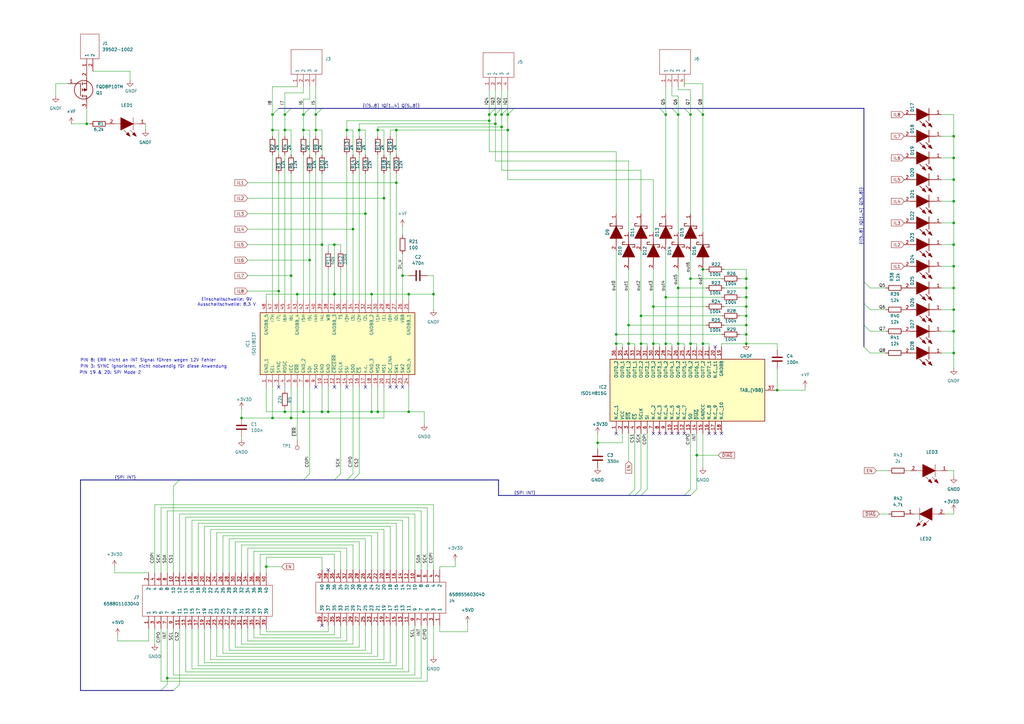
<source format=kicad_sch>
(kicad_sch (version 20250114) (generator "eeschema") (generator_version "9.0")
  (paper "A3")
  (title_block (title "CAN Tram Controller Digitalmodul") (date "2025-07-30"))
  (bus_alias "SPI" (members "SCK" "COPI" "CIPO" "CS1" "CS2"))
  (text "PIN 8: ERR nicht an INT Signal führen wegen 12V Fehler" (at 60.706 147.828 0) (effects (font (size 1.27 1.27))))
  (text "PIN 3: SYNC ignorieren, nicht notwendig für diese Anwendung" (at 62.992 150.368 0) (effects (font (size 1.27 1.27))))
  (text "PIN 19 & 20: SPI Mode 2" (at 45.212 152.908 0) (effects (font (size 1.27 1.27))))
  (text "Einschaltschwelle: 9V\nAusschaltschwelle: 8,3 V" (at 92.964 123.952 0) (effects (font (size 1.27 1.27))))
  (junction (at 167.64 168.91))
  (junction (at 288.29 110.49))
  (junction (at 391.16 73.66))
  (junction (at 208.28 46.99))
  (junction (at 152.4 168.91))
  (junction (at 391.16 82.55))
  (junction (at 283.21 114.3))
  (junction (at 391.16 118.11))
  (junction (at 252.73 137.16))
  (junction (at 111.76 171.45))
  (junction (at 205.74 46.99))
  (junction (at 262.89 140.97))
  (junction (at 144.78 93.98))
  (junction (at 165.1 113.03))
  (junction (at 137.16 100.33))
  (junction (at 147.32 53.34))
  (junction (at 252.73 140.97))
  (junction (at 257.81 140.97))
  (junction (at 119.38 113.03))
  (junction (at 306.07 133.35))
  (junction (at 119.38 171.45))
  (junction (at 200.66 49.53))
  (junction (at 203.2 50.8))
  (junction (at 283.21 140.97))
  (junction (at 245.11 181.61))
  (junction (at 68.58 278.13))
  (junction (at 132.08 168.91))
  (junction (at 124.46 168.91))
  (junction (at 157.48 81.28))
  (junction (at 391.16 109.22))
  (junction (at 35.56 50.8))
  (junction (at 391.16 135.89))
  (junction (at 306.07 121.92))
  (junction (at 283.21 46.99))
  (junction (at 127 106.68))
  (junction (at 124.46 53.34))
  (junction (at 162.56 53.34))
  (junction (at 111.76 53.34))
  (junction (at 203.2 46.99))
  (junction (at 137.16 120.65))
  (junction (at 257.81 133.35))
  (junction (at 278.13 46.99))
  (junction (at 278.13 140.97))
  (junction (at 306.07 118.11))
  (junction (at 177.8 120.65))
  (junction (at 124.46 46.99))
  (junction (at 167.64 120.65))
  (junction (at 391.16 127))
  (junction (at 114.3 119.38))
  (junction (at 200.66 46.99))
  (junction (at 134.62 168.91))
  (junction (at 109.22 232.41))
  (junction (at 285.75 186.69))
  (junction (at 99.06 171.45))
  (junction (at 267.97 125.73))
  (junction (at 208.28 53.34))
  (junction (at 149.86 87.63))
  (junction (at 262.89 129.54))
  (junction (at 273.05 46.99))
  (junction (at 391.16 144.78))
  (junction (at 205.74 52.07))
  (junction (at 116.84 53.34))
  (junction (at 306.07 137.16))
  (junction (at 154.94 168.91))
  (junction (at 142.24 53.34))
  (junction (at 391.16 55.88))
  (junction (at 278.13 118.11))
  (junction (at 129.54 53.34))
  (junction (at 391.16 100.33))
  (junction (at 152.4 120.65))
  (junction (at 391.16 64.77))
  (junction (at 111.76 46.99))
  (junction (at 154.94 53.34))
  (junction (at 116.84 168.91))
  (junction (at 121.92 120.65))
  (junction (at 267.97 140.97))
  (junction (at 162.56 74.93))
  (junction (at 306.07 125.73))
  (junction (at 116.84 46.99))
  (junction (at 129.54 46.99))
  (junction (at 306.07 140.97))
  (junction (at 391.16 91.44))
  (junction (at 306.07 129.54))
  (junction (at 306.07 114.3))
  (junction (at 288.29 46.99))
  (junction (at 288.29 140.97))
  (junction (at 132.08 100.33))
  (junction (at 318.77 160.02))
  (junction (at 273.05 140.97))
  (junction (at 273.05 121.92))
  (no_connect (at 134.62 233.68))
  (no_connect (at 278.13 177.8))
  (no_connect (at 270.51 177.8))
  (no_connect (at 273.05 177.8))
  (no_connect (at 252.73 177.8))
  (no_connect (at 275.59 177.8))
  (no_connect (at 160.02 158.75))
  (no_connect (at 149.86 158.75))
  (no_connect (at 162.56 158.75))
  (no_connect (at 165.1 158.75))
  (no_connect (at 293.37 142.24))
  (no_connect (at 290.83 177.8))
  (no_connect (at 137.16 158.75))
  (no_connect (at 132.08 256.54))
  (no_connect (at 129.54 158.75))
  (no_connect (at 114.3 158.75))
  (no_connect (at 142.24 158.75))
  (no_connect (at 295.91 177.8))
  (no_connect (at 280.67 177.8))
  (no_connect (at 293.37 177.8))
  (no_connect (at 267.97 177.8))
  (bus_entry (at 354.33 133.35) (size 2.54 2.54))
  (bus_entry (at 111.76 46.99) (size 2.54 -2.54))
  (bus_entry (at 354.33 115.57) (size 2.54 2.54))
  (bus_entry (at 285.75 44.45) (size 2.54 2.54))
  (bus_entry (at 71.12 199.39) (size 2.54 -2.54))
  (bus_entry (at 260.35 203.2) (size 2.54 -2.54))
  (bus_entry (at 200.66 46.99) (size 2.54 -2.54))
  (bus_entry (at 66.04 283.21) (size 2.54 -2.54))
  (bus_entry (at 124.46 196.85) (size 2.54 -2.54))
  (bus_entry (at 129.54 46.99) (size 2.54 -2.54))
  (bus_entry (at 262.89 203.2) (size 2.54 -2.54))
  (bus_entry (at 124.46 46.99) (size 2.54 -2.54))
  (bus_entry (at 144.78 196.85) (size 2.54 -2.54))
  (bus_entry (at 354.33 124.46) (size 2.54 2.54))
  (bus_entry (at 203.2 46.99) (size 2.54 -2.54))
  (bus_entry (at 71.12 283.21) (size 2.54 -2.54))
  (bus_entry (at 270.51 44.45) (size 2.54 2.54))
  (bus_entry (at 257.81 203.2) (size 2.54 -2.54))
  (bus_entry (at 116.84 46.99) (size 2.54 -2.54))
  (bus_entry (at 354.33 142.24) (size 2.54 2.54))
  (bus_entry (at 275.59 44.45) (size 2.54 2.54))
  (bus_entry (at 283.21 203.2) (size 2.54 -2.54))
  (bus_entry (at 142.24 196.85) (size 2.54 -2.54))
  (bus_entry (at 280.67 203.2) (size 2.54 -2.54))
  (bus_entry (at 208.28 46.99) (size 2.54 -2.54))
  (bus_entry (at 205.74 46.99) (size 2.54 -2.54))
  (bus_entry (at 280.67 44.45) (size 2.54 2.54))
  (bus_entry (at 137.16 196.85) (size 2.54 -2.54))
  (wire (pts (xy 104.14 261.62) (xy 139.7 261.62)))
  (wire (pts (xy 63.5 207.01) (xy 177.8 207.01)))
  (wire (pts (xy 267.97 125.73) (xy 289.56 125.73)))
  (wire (pts (xy 144.78 71.12) (xy 144.78 93.98)))
  (bus (pts (xy 73.66 196.85) (xy 124.46 196.85)))
  (wire (pts (xy 104.14 257.81) (xy 104.14 261.62)))
  (wire (pts (xy 386.08 109.22) (xy 391.16 109.22)))
  (wire (pts (xy 139.7 233.68) (xy 139.7 226.06)))
  (wire (pts (xy 273.05 121.92) (xy 273.05 140.97)))
  (wire (pts (xy 152.4 267.97) (xy 152.4 256.54)))
  (bus (pts (xy 137.16 196.85) (xy 124.46 196.85)))
  (wire (pts (xy 356.87 135.89) (xy 363.22 135.89)))
  (wire (pts (xy 101.6 119.38) (xy 114.3 119.38)))
  (wire (pts (xy 275.59 39.37) (xy 275.59 35.56)))
  (wire (pts (xy 142.24 49.53) (xy 200.66 49.53)))
  (wire (pts (xy 132.08 168.91) (xy 132.08 158.75)))
  (wire (pts (xy 154.94 168.91) (xy 167.64 168.91)))
  (wire (pts (xy 144.78 93.98) (xy 144.78 123.19)))
  (wire (pts (xy 29.21 50.8) (xy 35.56 50.8)))
  (wire (pts (xy 144.78 53.34) (xy 142.24 53.34)))
  (wire (pts (xy 154.94 63.5) (xy 154.94 123.19)))
  (wire (pts (xy 154.94 55.88) (xy 154.94 53.34)))
  (wire (pts (xy 275.59 140.97) (xy 273.05 140.97)))
  (wire (pts (xy 306.07 121.92) (xy 306.07 125.73)))
  (wire (pts (xy 280.67 34.29) (xy 280.67 35.56)))
  (wire (pts (xy 157.48 270.51) (xy 157.48 256.54)))
  (wire (pts (xy 63.5 257.81) (xy 63.5 264.16)))
  (wire (pts (xy 262.89 177.8) (xy 262.89 200.66)))
  (wire (pts (xy 267.97 73.66) (xy 208.28 73.66)))
  (bus (pts (xy 280.67 44.45) (xy 285.75 44.45)))
  (wire (pts (xy 111.76 171.45) (xy 111.76 158.75)))
  (wire (pts (xy 152.4 120.65) (xy 137.16 120.65)))
  (wire (pts (xy 252.73 87.63) (xy 252.73 62.23)))
  (wire (pts (xy 73.66 257.81) (xy 73.66 280.67)))
  (wire (pts (xy 278.13 39.37) (xy 278.13 46.99)))
  (bus (pts (xy 285.75 44.45) (xy 354.33 44.45)))
  (wire (pts (xy 124.46 63.5) (xy 124.46 123.19)))
  (wire (pts (xy 101.6 100.33) (xy 132.08 100.33)))
  (wire (pts (xy 147.32 53.34) (xy 147.32 50.8)))
  (wire (pts (xy 68.58 257.81) (xy 68.58 278.13)))
  (wire (pts (xy 96.52 222.25) (xy 96.52 234.95)))
  (bus (pts (xy 280.67 203.2) (xy 262.89 203.2)))
  (wire (pts (xy 124.46 46.99) (xy 124.46 53.34)))
  (wire (pts (xy 252.73 137.16) (xy 295.91 137.16)))
  (wire (pts (xy 83.82 215.9) (xy 160.02 215.9)))
  (wire (pts (xy 391.16 100.33) (xy 391.16 109.22)))
  (wire (pts (xy 53.34 29.21) (xy 53.34 33.02)))
  (wire (pts (xy 205.74 69.85) (xy 262.89 69.85)))
  (wire (pts (xy 391.16 46.99) (xy 391.16 55.88)))
  (wire (pts (xy 137.16 260.35) (xy 137.16 256.54)))
  (wire (pts (xy 260.35 177.8) (xy 260.35 200.66)))
  (wire (pts (xy 172.72 209.55) (xy 172.72 233.68)))
  (wire (pts (xy 109.22 123.19) (xy 109.22 120.65)))
  (bus (pts (xy 203.2 44.45) (xy 205.74 44.45)))
  (wire (pts (xy 257.81 177.8) (xy 257.81 189.23)))
  (wire (pts (xy 283.21 114.3) (xy 283.21 140.97)))
  (wire (pts (xy 273.05 35.56) (xy 273.05 46.99)))
  (wire (pts (xy 262.89 69.85) (xy 262.89 87.63)))
  (wire (pts (xy 96.52 257.81) (xy 96.52 265.43)))
  (wire (pts (xy 109.22 120.65) (xy 121.92 120.65)))
  (wire (pts (xy 111.76 55.88) (xy 111.76 53.34)))
  (wire (pts (xy 116.84 168.91) (xy 124.46 168.91)))
  (wire (pts (xy 391.16 135.89) (xy 391.16 144.78)))
  (wire (pts (xy 160.02 271.78) (xy 160.02 256.54)))
  (wire (pts (xy 124.46 38.1) (xy 124.46 35.56)))
  (wire (pts (xy 116.84 38.1) (xy 124.46 38.1)))
  (wire (pts (xy 93.98 220.98) (xy 149.86 220.98)))
  (wire (pts (xy 91.44 267.97) (xy 152.4 267.97)))
  (wire (pts (xy 297.18 110.49) (xy 306.07 110.49)))
  (wire (pts (xy 137.16 120.65) (xy 121.92 120.65)))
  (wire (pts (xy 306.07 137.16) (xy 303.53 137.16)))
  (wire (pts (xy 78.74 213.36) (xy 165.1 213.36)))
  (wire (pts (xy 297.18 125.73) (xy 306.07 125.73)))
  (wire (pts (xy 173.99 173.99) (xy 173.99 168.91)))
  (wire (pts (xy 386.08 127) (xy 391.16 127)))
  (wire (pts (xy 111.76 46.99) (xy 111.76 53.34)))
  (wire (pts (xy 71.12 257.81) (xy 71.12 276.86)))
  (wire (pts (xy 99.06 257.81) (xy 99.06 264.16)))
  (bus (pts (xy 354.33 115.57) (xy 354.33 124.46)))
  (wire (pts (xy 278.13 110.49) (xy 278.13 118.11)))
  (wire (pts (xy 111.76 63.5) (xy 111.76 123.19)))
  (wire (pts (xy 99.06 223.52) (xy 144.78 223.52)))
  (wire (pts (xy 81.28 273.05) (xy 162.56 273.05)))
  (wire (pts (xy 144.78 53.34) (xy 144.78 63.5)))
  (wire (pts (xy 295.91 142.24) (xy 295.91 140.97)))
  (wire (pts (xy 127 158.75) (xy 127 194.31)))
  (wire (pts (xy 124.46 40.64) (xy 124.46 46.99)))
  (wire (pts (xy 106.68 260.35) (xy 137.16 260.35)))
  (bus (pts (xy 275.59 44.45) (xy 280.67 44.45)))
  (wire (pts (xy 175.26 113.03) (xy 177.8 113.03)))
  (wire (pts (xy 283.21 140.97) (xy 283.21 142.24)))
  (wire (pts (xy 83.82 257.81) (xy 83.82 271.78)))
  (wire (pts (xy 391.16 64.77) (xy 391.16 73.66)))
  (wire (pts (xy 162.56 53.34) (xy 162.56 63.5)))
  (bus (pts (xy 132.08 44.45) (xy 203.2 44.45)))
  (wire (pts (xy 154.94 52.07) (xy 205.74 52.07)))
  (wire (pts (xy 83.82 271.78) (xy 160.02 271.78)))
  (wire (pts (xy 267.97 125.73) (xy 267.97 140.97)))
  (wire (pts (xy 303.53 121.92) (xy 306.07 121.92)))
  (wire (pts (xy 134.62 110.49) (xy 134.62 123.19)))
  (wire (pts (xy 267.97 110.49) (xy 267.97 125.73)))
  (wire (pts (xy 149.86 71.12) (xy 149.86 87.63)))
  (wire (pts (xy 101.6 81.28) (xy 157.48 81.28)))
  (wire (pts (xy 260.35 142.24) (xy 260.35 140.97)))
  (wire (pts (xy 280.67 142.24) (xy 280.67 140.97)))
  (wire (pts (xy 245.11 181.61) (xy 245.11 184.15)))
  (wire (pts (xy 205.74 52.07) (xy 205.74 69.85)))
  (wire (pts (xy 391.16 91.44) (xy 391.16 100.33)))
  (wire (pts (xy 109.22 234.95) (xy 109.22 232.41)))
  (wire (pts (xy 114.3 53.34) (xy 111.76 53.34)))
  (wire (pts (xy 288.29 46.99) (xy 288.29 95.25)))
  (wire (pts (xy 147.32 265.43) (xy 147.32 256.54)))
  (wire (pts (xy 162.56 273.05) (xy 162.56 256.54)))
  (wire (pts (xy 86.36 257.81) (xy 86.36 270.51)))
  (wire (pts (xy 129.54 55.88) (xy 129.54 53.34)))
  (wire (pts (xy 288.29 140.97) (xy 288.29 142.24)))
  (wire (pts (xy 60.96 262.89) (xy 60.96 257.81)))
  (wire (pts (xy 278.13 140.97) (xy 278.13 142.24)))
  (wire (pts (xy 36.83 50.8) (xy 35.56 50.8)))
  (wire (pts (xy 180.34 256.54) (xy 180.34 259.08)))
  (bus (pts (xy 354.33 133.35) (xy 354.33 142.24)))
  (wire (pts (xy 162.56 233.68) (xy 162.56 214.63)))
  (wire (pts (xy 101.6 262.89) (xy 142.24 262.89)))
  (wire (pts (xy 265.43 177.8) (xy 265.43 200.66)))
  (wire (pts (xy 386.08 144.78) (xy 391.16 144.78)))
  (wire (pts (xy 147.32 63.5) (xy 147.32 123.19)))
  (wire (pts (xy 255.27 177.8) (xy 255.27 181.61)))
  (wire (pts (xy 203.2 44.45) (xy 203.2 46.99)))
  (wire (pts (xy 165.1 92.71) (xy 165.1 96.52)))
  (wire (pts (xy 290.83 142.24) (xy 290.83 140.97)))
  (wire (pts (xy 386.08 46.99) (xy 391.16 46.99)))
  (wire (pts (xy 68.58 209.55) (xy 172.72 209.55)))
  (wire (pts (xy 76.2 257.81) (xy 76.2 275.59)))
  (wire (pts (xy 68.58 278.13) (xy 172.72 278.13)))
  (wire (pts (xy 203.2 36.83) (xy 203.2 44.45)))
  (wire (pts (xy 132.08 100.33) (xy 132.08 123.19)))
  (wire (pts (xy 265.43 142.24) (xy 265.43 140.97)))
  (wire (pts (xy 147.32 55.88) (xy 147.32 53.34)))
  (wire (pts (xy 257.81 95.25) (xy 257.81 66.04)))
  (bus (pts (xy 257.81 203.2) (xy 204.47 203.2)))
  (wire (pts (xy 132.08 53.34) (xy 129.54 53.34)))
  (bus (pts (xy 33.02 196.85) (xy 33.02 283.21)))
  (bus (pts (xy 260.35 203.2) (xy 257.81 203.2)))
  (wire (pts (xy 137.16 123.19) (xy 137.16 120.65)))
  (wire (pts (xy 297.18 118.11) (xy 306.07 118.11)))
  (wire (pts (xy 22.86 39.37) (xy 22.86 34.29)))
  (wire (pts (xy 127 53.34) (xy 127 63.5)))
  (wire (pts (xy 81.28 257.81) (xy 81.28 273.05)))
  (wire (pts (xy 270.51 140.97) (xy 267.97 140.97)))
  (wire (pts (xy 121.92 180.34) (xy 121.92 158.75)))
  (wire (pts (xy 38.1 29.21) (xy 53.34 29.21)))
  (wire (pts (xy 104.14 226.06) (xy 104.14 234.95)))
  (wire (pts (xy 283.21 36.83) (xy 283.21 46.99)))
  (wire (pts (xy 114.3 53.34) (xy 114.3 63.5)))
  (wire (pts (xy 208.28 44.45) (xy 208.28 46.99)))
  (wire (pts (xy 372.11 193.04) (xy 373.38 193.04)))
  (wire (pts (xy 152.4 233.68) (xy 152.4 219.71)))
  (wire (pts (xy 167.64 275.59) (xy 167.64 256.54)))
  (wire (pts (xy 88.9 218.44) (xy 154.94 218.44)))
  (wire (pts (xy 93.98 220.98) (xy 93.98 234.95)))
  (wire (pts (xy 391.16 127) (xy 391.16 135.89)))
  (wire (pts (xy 285.75 186.69) (xy 285.75 177.8)))
  (wire (pts (xy 330.2 158.75) (xy 330.2 160.02)))
  (wire (pts (xy 205.74 46.99) (xy 205.74 52.07)))
  (wire (pts (xy 119.38 53.34) (xy 119.38 63.5)))
  (bus (pts (xy 114.3 44.45) (xy 119.38 44.45)))
  (wire (pts (xy 106.68 234.95) (xy 106.68 227.33)))
  (wire (pts (xy 245.11 177.8) (xy 245.11 181.61)))
  (wire (pts (xy 391.16 144.78) (xy 391.16 151.13)))
  (wire (pts (xy 48.26 262.89) (xy 60.96 262.89)))
  (wire (pts (xy 63.5 234.95) (xy 63.5 207.01)))
  (wire (pts (xy 267.97 140.97) (xy 267.97 142.24)))
  (wire (pts (xy 99.06 167.64) (xy 99.06 171.45)))
  (wire (pts (xy 288.29 110.49) (xy 289.56 110.49)))
  (wire (pts (xy 59.69 50.8) (xy 59.69 53.34)))
  (wire (pts (xy 86.36 270.51) (xy 157.48 270.51)))
  (wire (pts (xy 68.58 234.95) (xy 68.58 209.55)))
  (wire (pts (xy 275.59 142.24) (xy 275.59 140.97)))
  (wire (pts (xy 66.04 257.81) (xy 66.04 279.4)))
  (wire (pts (xy 127 71.12) (xy 127 106.68)))
  (wire (pts (xy 186.69 232.41) (xy 186.69 229.87)))
  (wire (pts (xy 154.94 269.24) (xy 154.94 256.54)))
  (bus (pts (xy 142.24 196.85) (xy 137.16 196.85)))
  (wire (pts (xy 157.48 158.75) (xy 157.48 171.45)))
  (wire (pts (xy 255.27 181.61) (xy 245.11 181.61)))
  (wire (pts (xy 149.86 233.68) (xy 149.86 220.98)))
  (wire (pts (xy 303.53 129.54) (xy 306.07 129.54)))
  (wire (pts (xy 147.32 233.68) (xy 147.32 222.25)))
  (wire (pts (xy 134.62 100.33) (xy 137.16 100.33)))
  (wire (pts (xy 116.84 63.5) (xy 116.84 123.19)))
  (wire (pts (xy 200.66 36.83) (xy 200.66 46.99)))
  (bus (pts (xy 270.51 44.45) (xy 275.59 44.45)))
  (wire (pts (xy 66.04 279.4) (xy 175.26 279.4)))
  (wire (pts (xy 142.24 63.5) (xy 142.24 123.19)))
  (wire (pts (xy 137.16 100.33) (xy 139.7 100.33)))
  (bus (pts (xy 280.67 203.2) (xy 283.21 203.2)))
  (bus (pts (xy 66.04 283.21) (xy 71.12 283.21)))
  (wire (pts (xy 119.38 71.12) (xy 119.38 113.03)))
  (wire (pts (xy 306.07 133.35) (xy 306.07 137.16)))
  (wire (pts (xy 203.2 46.99) (xy 203.2 50.8)))
  (wire (pts (xy 88.9 269.24) (xy 154.94 269.24)))
  (wire (pts (xy 139.7 158.75) (xy 139.7 194.31)))
  (wire (pts (xy 114.3 119.38) (xy 114.3 123.19)))
  (wire (pts (xy 46.99 234.95) (xy 60.96 234.95)))
  (wire (pts (xy 99.06 180.34) (xy 99.06 179.07)))
  (wire (pts (xy 109.22 168.91) (xy 116.84 168.91)))
  (wire (pts (xy 137.16 100.33) (xy 137.16 120.65)))
  (wire (pts (xy 167.64 168.91) (xy 167.64 158.75)))
  (wire (pts (xy 142.24 233.68) (xy 142.24 224.79)))
  (wire (pts (xy 177.8 207.01) (xy 177.8 233.68)))
  (wire (pts (xy 124.46 168.91) (xy 124.46 158.75)))
  (wire (pts (xy 124.46 168.91) (xy 132.08 168.91)))
  (wire (pts (xy 132.08 228.6) (xy 132.08 233.68)))
  (wire (pts (xy 86.36 217.17) (xy 86.36 234.95)))
  (wire (pts (xy 139.7 110.49) (xy 139.7 123.19)))
  (wire (pts (xy 124.46 40.64) (xy 127 40.64)))
  (wire (pts (xy 35.56 44.45) (xy 35.56 50.8)))
  (wire (pts (xy 134.62 259.08) (xy 109.22 259.08)))
  (wire (pts (xy 165.1 113.03) (xy 165.1 123.19)))
  (wire (pts (xy 356.87 127) (xy 363.22 127)))
  (wire (pts (xy 278.13 118.11) (xy 289.56 118.11)))
  (wire (pts (xy 76.2 212.09) (xy 76.2 234.95)))
  (wire (pts (xy 81.28 214.63) (xy 81.28 234.95)))
  (wire (pts (xy 165.1 113.03) (xy 167.64 113.03)))
  (wire (pts (xy 76.2 275.59) (xy 167.64 275.59)))
  (wire (pts (xy 99.06 264.16) (xy 144.78 264.16)))
  (wire (pts (xy 391.16 118.11) (xy 391.16 127)))
  (bus (pts (xy 119.38 44.45) (xy 127 44.45)))
  (wire (pts (xy 147.32 158.75) (xy 147.32 194.31)))
  (wire (pts (xy 147.32 50.8) (xy 203.2 50.8)))
  (wire (pts (xy 356.87 118.11) (xy 363.22 118.11)))
  (wire (pts (xy 267.97 95.25) (xy 267.97 73.66)))
  (wire (pts (xy 386.08 135.89) (xy 391.16 135.89)))
  (wire (pts (xy 149.86 53.34) (xy 147.32 53.34)))
  (wire (pts (xy 149.86 87.63) (xy 149.86 123.19)))
  (wire (pts (xy 303.53 114.3) (xy 306.07 114.3)))
  (wire (pts (xy 306.07 140.97) (xy 306.07 137.16)))
  (wire (pts (xy 283.21 46.99) (xy 283.21 87.63)))
  (wire (pts (xy 170.18 233.68) (xy 170.18 210.82)))
  (wire (pts (xy 318.77 151.13) (xy 318.77 160.02)))
  (bus (pts (xy 262.89 203.2) (xy 260.35 203.2)))
  (wire (pts (xy 101.6 224.79) (xy 142.24 224.79)))
  (wire (pts (xy 93.98 266.7) (xy 149.86 266.7)))
  (wire (pts (xy 386.08 64.77) (xy 391.16 64.77)))
  (wire (pts (xy 391.16 82.55) (xy 391.16 91.44)))
  (bus (pts (xy 33.02 283.21) (xy 66.04 283.21)))
  (wire (pts (xy 144.78 264.16) (xy 144.78 256.54)))
  (wire (pts (xy 73.66 210.82) (xy 170.18 210.82)))
  (wire (pts (xy 205.74 44.45) (xy 205.74 46.99)))
  (wire (pts (xy 252.73 137.16) (xy 252.73 140.97)))
  (wire (pts (xy 205.74 36.83) (xy 205.74 44.45)))
  (wire (pts (xy 297.18 133.35) (xy 306.07 133.35)))
  (wire (pts (xy 273.05 46.99) (xy 273.05 87.63)))
  (wire (pts (xy 306.07 118.11) (xy 306.07 121.92)))
  (wire (pts (xy 86.36 217.17) (xy 157.48 217.17)))
  (wire (pts (xy 152.4 168.91) (xy 152.4 158.75)))
  (wire (pts (xy 132.08 53.34) (xy 132.08 63.5)))
  (wire (pts (xy 167.64 120.65) (xy 152.4 120.65)))
  (wire (pts (xy 111.76 35.56) (xy 121.92 35.56)))
  (wire (pts (xy 157.48 71.12) (xy 157.48 81.28)))
  (wire (pts (xy 386.08 55.88) (xy 391.16 55.88)))
  (wire (pts (xy 167.64 233.68) (xy 167.64 212.09)))
  (wire (pts (xy 101.6 224.79) (xy 101.6 234.95)))
  (wire (pts (xy 203.2 66.04) (xy 257.81 66.04)))
  (wire (pts (xy 318.77 143.51) (xy 318.77 140.97)))
  (wire (pts (xy 386.08 91.44) (xy 391.16 91.44)))
  (wire (pts (xy 119.38 53.34) (xy 116.84 53.34)))
  (wire (pts (xy 200.66 49.53) (xy 200.66 62.23)))
  (wire (pts (xy 154.94 158.75) (xy 154.94 168.91)))
  (bus (pts (xy 208.28 44.45) (xy 210.82 44.45)))
  (wire (pts (xy 391.16 55.88) (xy 391.16 64.77)))
  (wire (pts (xy 157.48 53.34) (xy 154.94 53.34)))
  (wire (pts (xy 273.05 140.97) (xy 273.05 142.24)))
  (wire (pts (xy 208.28 46.99) (xy 208.28 53.34)))
  (wire (pts (xy 73.66 210.82) (xy 73.66 234.95)))
  (wire (pts (xy 119.38 171.45) (xy 157.48 171.45)))
  (wire (pts (xy 116.84 46.99) (xy 116.84 53.34)))
  (wire (pts (xy 257.81 133.35) (xy 257.81 140.97)))
  (bus (pts (xy 354.33 44.45) (xy 354.33 115.57)))
  (wire (pts (xy 116.84 38.1) (xy 116.84 46.99)))
  (wire (pts (xy 132.08 168.91) (xy 134.62 168.91)))
  (bus (pts (xy 127 44.45) (xy 132.08 44.45)))
  (wire (pts (xy 285.75 186.69) (xy 285.75 200.66)))
  (wire (pts (xy 288.29 110.49) (xy 288.29 140.97)))
  (wire (pts (xy 144.78 158.75) (xy 144.78 194.31)))
  (wire (pts (xy 175.26 208.28) (xy 175.26 233.68)))
  (wire (pts (xy 360.68 210.82) (xy 364.49 210.82)))
  (wire (pts (xy 177.8 256.54) (xy 177.8 269.24)))
  (wire (pts (xy 273.05 102.87) (xy 273.05 121.92)))
  (wire (pts (xy 124.46 55.88) (xy 124.46 53.34)))
  (wire (pts (xy 167.64 120.65) (xy 177.8 120.65)))
  (wire (pts (xy 283.21 36.83) (xy 278.13 36.83)))
  (wire (pts (xy 386.08 118.11) (xy 391.16 118.11)))
  (wire (pts (xy 96.52 222.25) (xy 147.32 222.25)))
  (wire (pts (xy 101.6 93.98) (xy 144.78 93.98)))
  (wire (pts (xy 121.92 120.65) (xy 121.92 123.19)))
  (wire (pts (xy 162.56 74.93) (xy 162.56 123.19)))
  (wire (pts (xy 165.1 104.14) (xy 165.1 113.03)))
  (wire (pts (xy 149.86 266.7) (xy 149.86 256.54)))
  (wire (pts (xy 91.44 219.71) (xy 91.44 234.95)))
  (wire (pts (xy 139.7 100.33) (xy 139.7 102.87)))
  (wire (pts (xy 114.3 71.12) (xy 114.3 119.38)))
  (wire (pts (xy 165.1 233.68) (xy 165.1 213.36)))
  (wire (pts (xy 391.16 109.22) (xy 391.16 118.11)))
  (wire (pts (xy 306.07 129.54) (xy 306.07 133.35)))
  (wire (pts (xy 391.16 195.58) (xy 391.16 193.04)))
  (wire (pts (xy 318.77 160.02) (xy 330.2 160.02)))
  (wire (pts (xy 91.44 219.71) (xy 152.4 219.71)))
  (wire (pts (xy 356.87 144.78) (xy 363.22 144.78)))
  (wire (pts (xy 278.13 118.11) (xy 278.13 140.97)))
  (wire (pts (xy 129.54 35.56) (xy 129.54 46.99)))
  (wire (pts (xy 142.24 53.34) (xy 142.24 49.53)))
  (wire (pts (xy 109.22 259.08) (xy 109.22 257.81)))
  (bus (pts (xy 205.74 44.45) (xy 208.28 44.45)))
  (wire (pts (xy 180.34 259.08) (xy 191.77 259.08)))
  (wire (pts (xy 76.2 212.09) (xy 167.64 212.09)))
  (wire (pts (xy 109.22 158.75) (xy 109.22 168.91)))
  (wire (pts (xy 78.74 274.32) (xy 165.1 274.32)))
  (wire (pts (xy 132.08 71.12) (xy 132.08 100.33)))
  (bus (pts (xy 204.47 203.2) (xy 204.47 196.85)))
  (wire (pts (xy 71.12 276.86) (xy 170.18 276.86)))
  (wire (pts (xy 152.4 168.91) (xy 154.94 168.91)))
  (wire (pts (xy 283.21 114.3) (xy 295.91 114.3)))
  (wire (pts (xy 139.7 261.62) (xy 139.7 256.54)))
  (wire (pts (xy 288.29 34.29) (xy 288.29 46.99)))
  (wire (pts (xy 257.81 133.35) (xy 289.56 133.35)))
  (wire (pts (xy 306.07 114.3) (xy 306.07 118.11)))
  (wire (pts (xy 283.21 102.87) (xy 283.21 114.3)))
  (wire (pts (xy 262.89 129.54) (xy 295.91 129.54)))
  (wire (pts (xy 262.89 129.54) (xy 262.89 140.97)))
  (wire (pts (xy 273.05 121.92) (xy 295.91 121.92)))
  (wire (pts (xy 160.02 53.34) (xy 162.56 53.34)))
  (wire (pts (xy 78.74 257.81) (xy 78.74 274.32)))
  (wire (pts (xy 68.58 278.13) (xy 68.58 280.67)))
  (wire (pts (xy 160.02 63.5) (xy 160.02 123.19)))
  (wire (pts (xy 127 106.68) (xy 127 123.19)))
  (wire (pts (xy 46.99 232.41) (xy 46.99 234.95)))
  (wire (pts (xy 116.84 160.02) (xy 116.84 158.75)))
  (wire (pts (xy 262.89 140.97) (xy 262.89 142.24)))
  (wire (pts (xy 290.83 140.97) (xy 288.29 140.97)))
  (wire (pts (xy 359.41 193.04) (xy 364.49 193.04)))
  (wire (pts (xy 119.38 113.03) (xy 119.38 123.19)))
  (wire (pts (xy 386.08 100.33) (xy 391.16 100.33)))
  (wire (pts (xy 177.8 113.03) (xy 177.8 120.65)))
  (wire (pts (xy 162.56 53.34) (xy 208.28 53.34)))
  (wire (pts (xy 167.64 123.19) (xy 167.64 120.65)))
  (wire (pts (xy 101.6 257.81) (xy 101.6 262.89)))
  (wire (pts (xy 109.22 228.6) (xy 132.08 228.6)))
  (wire (pts (xy 142.24 55.88) (xy 142.24 53.34)))
  (bus (pts (xy 210.82 44.45) (xy 270.51 44.45)))
  (wire (pts (xy 157.48 81.28) (xy 157.48 123.19)))
  (wire (pts (xy 280.67 140.97) (xy 278.13 140.97)))
  (wire (pts (xy 111.76 35.56) (xy 111.76 46.99)))
  (wire (pts (xy 127 40.64) (xy 127 35.56)))
  (wire (pts (xy 104.14 226.06) (xy 139.7 226.06)))
  (wire (pts (xy 262.89 102.87) (xy 262.89 129.54)))
  (wire (pts (xy 306.07 110.49) (xy 306.07 114.3)))
  (wire (pts (xy 101.6 87.63) (xy 149.86 87.63)))
  (wire (pts (xy 109.22 232.41) (xy 109.22 228.6)))
  (wire (pts (xy 88.9 257.81) (xy 88.9 269.24)))
  (wire (pts (xy 127 53.34) (xy 124.46 53.34)))
  (wire (pts (xy 99.06 171.45) (xy 111.76 171.45)))
  (wire (pts (xy 137.16 227.33) (xy 137.16 233.68)))
  (bus (pts (xy 33.02 196.85) (xy 73.66 196.85)))
  (wire (pts (xy 160.02 233.68) (xy 160.02 215.9)))
  (bus (pts (xy 204.47 196.85) (xy 144.78 196.85)))
  (wire (pts (xy 170.18 276.86) (xy 170.18 256.54)))
  (wire (pts (xy 386.08 73.66) (xy 391.16 73.66)))
  (wire (pts (xy 101.6 113.03) (xy 119.38 113.03)))
  (wire (pts (xy 172.72 256.54) (xy 172.72 278.13)))
  (wire (pts (xy 165.1 274.32) (xy 165.1 256.54)))
  (wire (pts (xy 257.81 140.97) (xy 257.81 142.24)))
  (wire (pts (xy 208.28 36.83) (xy 208.28 44.45)))
  (wire (pts (xy 48.26 260.35) (xy 48.26 262.89)))
  (wire (pts (xy 91.44 257.81) (xy 91.44 267.97)))
  (wire (pts (xy 288.29 177.8) (xy 288.29 191.77)))
  (wire (pts (xy 180.34 233.68) (xy 180.34 232.41)))
  (wire (pts (xy 116.84 55.88) (xy 116.84 53.34)))
  (wire (pts (xy 252.73 140.97) (xy 252.73 142.24)))
  (wire (pts (xy 142.24 262.89) (xy 142.24 256.54)))
  (wire (pts (xy 78.74 213.36) (xy 78.74 234.95)))
  (wire (pts (xy 152.4 123.19) (xy 152.4 120.65)))
  (wire (pts (xy 119.38 158.75) (xy 119.38 171.45)))
  (wire (pts (xy 180.34 232.41) (xy 186.69 232.41)))
  (wire (pts (xy 252.73 62.23) (xy 200.66 62.23)))
  (wire (pts (xy 134.62 102.87) (xy 134.62 100.33)))
  (wire (pts (xy 101.6 74.93) (xy 162.56 74.93)))
  (wire (pts (xy 278.13 46.99) (xy 278.13 95.25)))
  (wire (pts (xy 203.2 50.8) (xy 203.2 66.04)))
  (bus (pts (xy 354.33 124.46) (xy 354.33 133.35)))
  (wire (pts (xy 129.54 46.99) (xy 129.54 53.34)))
  (wire (pts (xy 252.73 102.87) (xy 252.73 137.16)))
  (wire (pts (xy 200.66 46.99) (xy 200.66 49.53)))
  (wire (pts (xy 252.73 140.97) (xy 255.27 140.97)))
  (wire (pts (xy 157.48 53.34) (xy 157.48 63.5)))
  (wire (pts (xy 22.86 34.29) (xy 27.94 34.29)))
  (wire (pts (xy 144.78 233.68) (xy 144.78 223.52)))
  (wire (pts (xy 306.07 125.73) (xy 306.07 129.54)))
  (wire (pts (xy 391.16 209.55) (xy 391.16 210.82)))
  (wire (pts (xy 66.04 208.28) (xy 175.26 208.28)))
  (wire (pts (xy 96.52 265.43) (xy 147.32 265.43)))
  (wire (pts (xy 386.08 82.55) (xy 391.16 82.55)))
  (wire (pts (xy 106.68 257.81) (xy 106.68 260.35)))
  (wire (pts (xy 83.82 215.9) (xy 83.82 234.95)))
  (wire (pts (xy 260.35 140.97) (xy 257.81 140.97)))
  (wire (pts (xy 101.6 106.68) (xy 127 106.68)))
  (wire (pts (xy 257.81 110.49) (xy 257.81 133.35)))
  (wire (pts (xy 270.51 142.24) (xy 270.51 140.97)))
  (wire (pts (xy 154.94 53.34) (xy 154.94 52.07)))
  (wire (pts (xy 191.77 259.08) (xy 191.77 255.27)))
  (wire (pts (xy 177.8 120.65) (xy 177.8 127)))
  (wire (pts (xy 81.28 214.63) (xy 162.56 214.63)))
  (wire (pts (xy 255.27 142.24) (xy 255.27 140.97)))
  (wire (pts (xy 157.48 233.68) (xy 157.48 217.17)))
  (bus (pts (xy 144.78 196.85) (xy 142.24 196.85)))
  (wire (pts (xy 109.22 232.41) (xy 115.57 232.41)))
  (wire (pts (xy 318.77 140.97) (xy 306.07 140.97)))
  (wire (pts (xy 278.13 39.37) (xy 275.59 39.37)))
  (wire (pts (xy 288.29 34.29) (xy 280.67 34.29)))
  (wire (pts (xy 99.06 223.52) (xy 99.06 234.95)))
  (wire (pts (xy 134.62 168.91) (xy 152.4 168.91)))
  (wire (pts (xy 149.86 53.34) (xy 149.86 63.5)))
  (wire (pts (xy 265.43 140.97) (xy 262.89 140.97)))
  (wire (pts (xy 134.62 168.91) (xy 134.62 158.75)))
  (wire (pts (xy 162.56 71.12) (xy 162.56 74.93)))
  (wire (pts (xy 391.16 193.04) (xy 388.62 193.04)))
  (wire (pts (xy 278.13 36.83) (xy 278.13 35.56)))
  (wire (pts (xy 116.84 168.91) (xy 116.84 167.64)))
  (wire (pts (xy 154.94 233.68) (xy 154.94 218.44)))
  (wire (pts (xy 285.75 142.24) (xy 285.75 140.97)))
  (wire (pts (xy 134.62 256.54) (xy 134.62 259.08)))
  (wire (pts (xy 294.64 186.69) (xy 285.75 186.69)))
  (wire (pts (xy 111.76 171.45) (xy 119.38 171.45)))
  (wire (pts (xy 167.64 168.91) (xy 173.99 168.91)))
  (wire (pts (xy 71.12 199.39) (xy 71.12 234.95)))
  (wire (pts (xy 285.75 140.97) (xy 283.21 140.97)))
  (wire (pts (xy 391.16 73.66) (xy 391.16 82.55)))
  (wire (pts (xy 295.91 140.97) (xy 306.07 140.97)))
  (wire (pts (xy 175.26 256.54) (xy 175.26 279.4)))
  (wire (pts (xy 283.21 177.8) (xy 283.21 200.66)))
  (wire (pts (xy 129.54 63.5) (xy 129.54 123.19)))
  (wire (pts (xy 106.68 227.33) (xy 137.16 227.33)))
  (wire (pts (xy 66.04 234.95) (xy 66.04 208.28)))
  (wire (pts (xy 160.02 55.88) (xy 160.02 53.34)))
  (wire (pts (xy 93.98 257.81) (xy 93.98 266.7)))
  (wire (pts (xy 88.9 218.44) (xy 88.9 234.95)))
  (wire (pts (xy 391.16 210.82) (xy 387.35 210.82)))
  (wire (pts (xy 208.28 53.34) (xy 208.28 73.66)))
  (label "Q5" (at 273.05 43.18 90))
  (label "I7" (at 116.84 43.18 90))
  (label "COPI" (at 127 191.77 90))
  (label "INT" (at 172.72 257.81 270))
  (label "COPI" (at 265.43 177.8 270))
  (label "I6" (at 124.46 43.18 90))
  (label "CIPO" (at 144.78 191.77 90))
  (label "~{ERR}" (at 121.92 179.07 90))
  (label "SCK" (at 262.89 177.8 270))
  (label "INT" (at 68.58 259.08 270))
  (label "Q6" (at 278.13 43.18 90))
  (label "Q5" (at 363.22 118.11 180))
  (label "out0" (at 252.73 119.38 90))
  (label "{SPI INT}" (at 210.82 203.2 0))
  (label "COPI" (at 177.8 231.14 90))
  (label "out3" (at 267.97 119.38 90))
  (label "SDA" (at 172.72 231.14 90))
  (label "SDA" (at 68.58 231.14 90))
  (label "INT" (at 285.75 177.8 270))
  (label "SCL" (at 71.12 259.08 270))
  (label "IQ4" (at 200.66 43.18 90))
  (label "{I[5..8] IQ[1..4] Q[5..8]}" (at 148.59 44.45 0))
  (label "CS2" (at 147.32 191.77 90))
  (label "COPI" (at 63.5 231.14 90))
  (label "IQ1" (at 208.28 43.18 90))
  (label "out6" (at 283.21 111.76 90))
  (label "out5" (at 278.13 116.84 90))
  (label "CS1" (at 260.35 177.8 270))
  (label "CIPO" (at 283.21 177.8 270))
  (label "Q6" (at 363.22 127 180))
  (label "out2" (at 262.89 119.38 90))
  (label "CIPO" (at 175.26 257.81 270))
  (label "{I[5..8] IQ[1..4] Q[5..8]}" (at 354.33 100.33 90))
  (label "IQ2" (at 205.74 43.18 90))
  (label "DI_V" (at 165.1 110.49 90))
  (label "IQ3" (at 203.2 43.18 90))
  (label "CS1" (at 71.12 231.14 90))
  (label "Q7" (at 283.21 43.18 90))
  (label "Q7" (at 363.22 135.89 180))
  (label "out1" (at 257.81 119.38 90))
  (label "CS2" (at 73.66 259.08 270))
  (label "CIPO" (at 66.04 259.08 270))
  (label "out7" (at 288.29 116.84 90))
  (label "I5" (at 129.54 43.18 90))
  (label "I8" (at 111.76 43.18 90))
  (label "SCL" (at 170.18 257.81 270))
  (label "Q8" (at 288.29 43.18 90))
  (label "Q8" (at 363.22 144.78 180))
  (label "SCK" (at 66.04 231.14 90))
  (label "SCK" (at 139.7 191.77 90))
  (label "{SPI INT}" (at 46.99 196.85 0))
  (label "out4" (at 273.05 119.38 90))
  (label "SCK" (at 175.26 231.14 90))
  (global_label "EN" (shape input) (at 115.57 232.41 0) (property "Intersheetrefs" "${INTERSHEET_REFS}" (effects (hide yes))))
  (global_label "IL3" (shape input) (at 370.84 91.44 180) (property "Intersheetrefs" "${INTERSHEET_REFS}" (effects (hide yes))))
  (global_label "IL8" (shape input) (at 370.84 46.99 180) (property "Intersheetrefs" "${INTERSHEET_REFS}" (effects (hide yes))))
  (global_label "IL4" (shape input) (at 101.6 93.98 180) (property "Intersheetrefs" "${INTERSHEET_REFS}" (effects (hide yes))))
  (global_label "IL2" (shape input) (at 370.84 100.33 180) (property "Intersheetrefs" "${INTERSHEET_REFS}" (effects (hide yes))))
  (global_label "IL5" (shape input) (at 370.84 73.66 180) (property "Intersheetrefs" "${INTERSHEET_REFS}" (effects (hide yes))))
  (global_label "IL1" (shape input) (at 370.84 109.22 180) (property "Intersheetrefs" "${INTERSHEET_REFS}" (effects (hide yes))))
  (global_label "IL2" (shape input) (at 101.6 81.28 180) (property "Intersheetrefs" "${INTERSHEET_REFS}" (effects (hide yes))))
  (global_label "~{DIAG}" (shape input) (at 294.64 186.69 0) (property "Intersheetrefs" "${INTERSHEET_REFS}" (effects (hide yes))))
  (global_label "IL6" (shape input) (at 101.6 106.68 180) (property "Intersheetrefs" "${INTERSHEET_REFS}" (effects (hide yes))))
  (global_label "EN" (shape input) (at 257.81 189.23 270) (property "Intersheetrefs" "${INTERSHEET_REFS}" (effects (hide yes))))
  (global_label "IL7" (shape input) (at 101.6 113.03 180) (property "Intersheetrefs" "${INTERSHEET_REFS}" (effects (hide yes))))
  (global_label "~{DIAG}" (shape input) (at 360.68 210.82 180) (property "Intersheetrefs" "${INTERSHEET_REFS}" (effects (hide yes))))
  (global_label "IL3" (shape input) (at 101.6 87.63 180) (property "Intersheetrefs" "${INTERSHEET_REFS}" (effects (hide yes))))
  (global_label "EN" (shape input) (at 359.41 193.04 180) (property "Intersheetrefs" "${INTERSHEET_REFS}" (effects (hide yes))))
  (global_label "IL7" (shape input) (at 370.84 55.88 180) (property "Intersheetrefs" "${INTERSHEET_REFS}" (effects (hide yes))))
  (global_label "IL6" (shape input) (at 370.84 64.77 180) (property "Intersheetrefs" "${INTERSHEET_REFS}" (effects (hide yes))))
  (global_label "IL5" (shape input) (at 101.6 100.33 180) (property "Intersheetrefs" "${INTERSHEET_REFS}" (effects (hide yes))))
  (global_label "IL8" (shape input) (at 101.6 119.38 180) (property "Intersheetrefs" "${INTERSHEET_REFS}" (effects (hide yes))))
  (global_label "IL1" (shape input) (at 101.6 74.93 180) (property "Intersheetrefs" "${INTERSHEET_REFS}" (effects (hide yes))))
  (global_label "IL4" (shape input) (at 370.84 82.55 180) (property "Intersheetrefs" "${INTERSHEET_REFS}" (effects (hide yes))))
  (symbol (lib_name "SS24FL_6") (lib_id "SamacSys_Parts:SS24FL") (at 257.81 92.71 270) (unit 1)
    (property "Reference" "D10" (at 254.254 102.87 0))
    (property "Value" "SS24FL" (effects (hide yes)))
    (property "Footprint" "SamacSys_Parts:SODFL3617X108N" (effects (hide yes)))
    (property "Datasheet" "https://www.onsemi.com/pub/Collateral/SS26FL-D.PDF" (effects (hide yes)))
    (property "Description" "RoHS Compliant / Green Mold Compound; MSL level 1; Ultra Thin Profile  Maximum Height of 1.08 mm; UL Flammability 94V-0 Classification" (effects (hide yes)))
    (property "Height" "1.08" (effects (hide yes)))
    (property "Mouser Part Number" "512-SS24FL" (effects (hide yes)))
    (property "Mouser Price/Stock" "https://www.mouser.co.uk/ProductDetail/onsemi-Fairchild/SS24FL?qs=tqW9UTzndZyvT5hdH%252BfSxg%3D%3D" (effects (hide yes)))
    (property "Manufacturer_Name" "onsemi" (effects (hide yes)))
    (property "Manufacturer_Part_Number" "SS24FL" (effects (hide yes)))
  )
  (symbol (lib_id "power:+5V") (at 191.77 255.27 0) (unit 1)
    (property "Reference" "#PWR016" (effects (hide yes)))
    (property "Value" "+5VD" (at 191.77 250.19 0))
    (property "Description" "Power symbol creates a global label with name \"+5V\"" (effects (hide yes)))
  )
  (symbol (lib_id "Device:R") (at 299.72 121.92 90) (unit 1)
    (property "Reference" "R27" (at 299.974 119.888 90))
    (property "Value" "100k" (at 299.72 123.952 90))
    (property "Footprint" "Resistor_SMD:R_1206_3216Metric" (effects (hide yes)))
    (property "Description" "Resistor" (effects (hide yes)))
    (property "Manufacturer_Name" "YAGEO " (effects (hide yes)))
    (property "Manufacturer_Part_Number" "RT1206FRD0722KL " (effects (hide yes)))
    (property "Mouser Part Number" "603-RT1206FRD0722KL " (effects (hide yes)))
  )
  (symbol (lib_id "Device:R") (at 165.1 100.33 180) (unit 1)
    (property "Reference" "R21" (at 167.64 99.0599 0) (effects (justify right)))
    (property "Value" "100" (at 167.64 101.5999 0) (effects (justify right)))
    (property "Footprint" "Resistor_SMD:R_1206_3216Metric" (effects (hide yes)))
    (property "Description" "Resistor" (effects (hide yes)))
    (property "Manufacturer_Name" "YAGEO " (effects (hide yes)))
    (property "Manufacturer_Part_Number" "AC1206FR-076K2L " (effects (hide yes)))
    (property "Mouser Part Number" "603-AC1206FR-076K2L " (effects (hide yes)))
  )
  (symbol (lib_name "156120YS75000_18") (lib_id "SamacSys_Parts:156120YS75000") (at 386.08 46.99 180) (unit 1)
    (property "Reference" "D17" (at 374.142 45.974 90) (effects (justify right)))
    (property "Value" "156120YS75000" (effects (hide yes)))
    (property "Footprint" "SamacSys_Parts:LEDC5017X140N" (effects (hide yes)))
    (property "Datasheet" "https://componentsearchengine.com/Datasheets/2/156120YS75000.pdf" (effects (hide yes)))
    (property "Description" "Wurth Elektronik 156120YS75000, WL-SMRW Series Yellow LED, 589 nm, 3216 (1206) Clear, Rectangle Lens SMD Package" (effects (hide yes)))
    (property "Height" "1.4" (effects (hide yes)))
    (property "Mouser Part Number" "710-156120YS75000" (effects (hide yes)))
    (property "Mouser Price/Stock" "https://www.mouser.co.uk/ProductDetail/Wurth-Elektronik/156120YS75000?qs=2kOmHSv6VfS%252BWNNIEUg%252B6Q%3D%3D" (effects (hide yes)))
    (property "Manufacturer_Name" "Wurth Elektronik" (effects (hide yes)))
    (property "Manufacturer_Part_Number" "156120YS75000" (effects (hide yes)))
  )
  (symbol (lib_name "156120YS75000_17") (lib_id "SamacSys_Parts:156120YS75000") (at 386.08 100.33 180) (unit 1)
    (property "Reference" "D23" (at 374.142 99.314 90) (effects (justify right)))
    (property "Value" "156120YS75000" (effects (hide yes)))
    (property "Footprint" "SamacSys_Parts:LEDC5017X140N" (effects (hide yes)))
    (property "Datasheet" "https://componentsearchengine.com/Datasheets/2/156120YS75000.pdf" (effects (hide yes)))
    (property "Description" "Wurth Elektronik 156120YS75000, WL-SMRW Series Yellow LED, 589 nm, 3216 (1206) Clear, Rectangle Lens SMD Package" (effects (hide yes)))
    (property "Height" "1.4" (effects (hide yes)))
    (property "Mouser Part Number" "710-156120YS75000" (effects (hide yes)))
    (property "Mouser Price/Stock" "https://www.mouser.co.uk/ProductDetail/Wurth-Elektronik/156120YS75000?qs=2kOmHSv6VfS%252BWNNIEUg%252B6Q%3D%3D" (effects (hide yes)))
    (property "Manufacturer_Name" "Wurth Elektronik" (effects (hide yes)))
    (property "Manufacturer_Part_Number" "156120YS75000" (effects (hide yes)))
  )
  (symbol (lib_id "power:+5V") (at 186.69 229.87 0) (unit 1)
    (property "Reference" "#PWR015" (effects (hide yes)))
    (property "Value" "+3V3D" (at 186.69 224.79 0))
    (property "Description" "Power symbol creates a global label with name \"+5V\"" (effects (hide yes)))
  )
  (symbol (lib_id "Device:R") (at 299.72 129.54 90) (unit 1)
    (property "Reference" "R28" (at 299.974 127.508 90))
    (property "Value" "100k" (at 299.72 131.572 90))
    (property "Footprint" "Resistor_SMD:R_1206_3216Metric" (effects (hide yes)))
    (property "Description" "Resistor" (effects (hide yes)))
    (property "Manufacturer_Name" "YAGEO " (effects (hide yes)))
    (property "Manufacturer_Part_Number" "RT1206FRD0722KL " (effects (hide yes)))
    (property "Mouser Part Number" "603-RT1206FRD0722KL " (effects (hide yes)))
  )
  (symbol (lib_id "Device:R") (at 293.37 133.35 90) (unit 1)
    (property "Reference" "R25" (at 293.624 131.318 90))
    (property "Value" "100k" (at 293.37 135.382 90))
    (property "Footprint" "Resistor_SMD:R_1206_3216Metric" (effects (hide yes)))
    (property "Description" "Resistor" (effects (hide yes)))
    (property "Manufacturer_Name" "YAGEO " (effects (hide yes)))
    (property "Manufacturer_Part_Number" "RT1206FRD0722KL " (effects (hide yes)))
    (property "Mouser Part Number" "603-RT1206FRD0722KL " (effects (hide yes)))
  )
  (symbol (lib_id "Device:R") (at 299.72 137.16 90) (unit 1)
    (property "Reference" "R29" (at 299.974 135.128 90))
    (property "Value" "100k" (at 299.72 139.192 90))
    (property "Footprint" "Resistor_SMD:R_1206_3216Metric" (effects (hide yes)))
    (property "Description" "Resistor" (effects (hide yes)))
    (property "Manufacturer_Name" "YAGEO " (effects (hide yes)))
    (property "Manufacturer_Part_Number" "RT1206FRD0722KL " (effects (hide yes)))
    (property "Mouser Part Number" "603-RT1206FRD0722KL " (effects (hide yes)))
  )
  (symbol (lib_id "power:GND1") (at 59.69 53.34 0) (unit 1)
    (property "Reference" "#PWR06" (effects (hide yes)))
    (property "Value" "GNDF" (at 59.69 58.42 0))
    (property "Description" "Power symbol creates a global label with name \"GND1\" , ground" (effects (hide yes)))
  )
  (symbol (lib_name "156120YS75000_16") (lib_id "SamacSys_Parts:156120YS75000") (at 386.08 127 180) (unit 1)
    (property "Reference" "D26" (at 374.142 125.984 90) (effects (justify right)))
    (property "Value" "156120YS75000" (effects (hide yes)))
    (property "Footprint" "SamacSys_Parts:LEDC5017X140N" (effects (hide yes)))
    (property "Datasheet" "https://componentsearchengine.com/Datasheets/2/156120YS75000.pdf" (effects (hide yes)))
    (property "Description" "Wurth Elektronik 156120YS75000, WL-SMRW Series Yellow LED, 589 nm, 3216 (1206) Clear, Rectangle Lens SMD Package" (effects (hide yes)))
    (property "Height" "1.4" (effects (hide yes)))
    (property "Mouser Part Number" "710-156120YS75000" (effects (hide yes)))
    (property "Mouser Price/Stock" "https://www.mouser.co.uk/ProductDetail/Wurth-Elektronik/156120YS75000?qs=2kOmHSv6VfS%252BWNNIEUg%252B6Q%3D%3D" (effects (hide yes)))
    (property "Manufacturer_Name" "Wurth Elektronik" (effects (hide yes)))
    (property "Manufacturer_Part_Number" "156120YS75000" (effects (hide yes)))
  )
  (symbol (lib_id "power:GND1") (at 391.16 195.58 0) (unit 1)
    (property "Reference" "#PWR023" (effects (hide yes)))
    (property "Value" "GNDD" (at 391.16 200.66 0))
    (property "Description" "Power symbol creates a global label with name \"GND1\" , ground" (effects (hide yes)))
  )
  (symbol (lib_id "power:GND1") (at 306.07 140.97 0) (unit 1)
    (property "Reference" "#PWR020" (effects (hide yes)))
    (property "Value" "GNDF" (at 306.07 146.05 0))
    (property "Description" "Power symbol creates a global label with name \"GND1\" , ground" (effects (hide yes)))
  )
  (symbol (lib_id "Device:R") (at 116.84 163.83 0) (unit 1)
    (property "Reference" "R5" (at 118.872 164.084 90))
    (property "Value" "22k" (at 114.808 163.83 90))
    (property "Footprint" "Resistor_SMD:R_1206_3216Metric" (effects (hide yes)))
    (property "Description" "Resistor" (effects (hide yes)))
    (property "Manufacturer_Name" "YAGEO " (effects (hide yes)))
    (property "Manufacturer_Part_Number" "RT1206FRD0722KL " (effects (hide yes)))
    (property "Mouser Part Number" "603-RT1206FRD0722KL " (effects (hide yes)))
  )
  (symbol (lib_id "Device:C") (at 245.11 187.96 0) (unit 1)
    (property "Reference" "C3" (at 248.92 186.6899 0) (effects (justify left)))
    (property "Value" "330n" (at 248.92 189.2299 0) (effects (justify left)))
    (property "Footprint" "Capacitor_SMD:C_1206_3216Metric" (effects (hide yes)))
    (property "Description" "Unpolarized capacitor" (effects (hide yes)))
  )
  (symbol (lib_id "power:GND") (at 177.8 269.24 0) (unit 1)
    (property "Reference" "#PWR014" (effects (hide yes)))
    (property "Value" "GNDD" (at 177.8 274.32 0))
    (property "Description" "Power symbol creates a global label with name \"GND\" , ground" (effects (hide yes)))
  )
  (symbol (lib_id "Device:R") (at 162.56 67.31 180) (unit 1)
    (property "Reference" "R20" (at 162.56 69.342 90) (effects (justify right)))
    (property "Value" "12k" (at 164.338 69.342 90) (effects (justify right)))
    (property "Footprint" "Resistor_SMD:R_1206_3216Metric" (effects (hide yes)))
    (property "Description" "Resistor" (effects (hide yes)))
    (property "Manufacturer_Name" "YAGEO " (effects (hide yes)))
    (property "Manufacturer_Part_Number" "AC1206FR-076K2L " (effects (hide yes)))
    (property "Mouser Part Number" "603-AC1206FR-076K2L " (effects (hide yes)))
  )
  (symbol (lib_id "power:GND") (at 63.5 264.16 0) (unit 1)
    (property "Reference" "#PWR07" (effects (hide yes)))
    (property "Value" "GNDD" (at 63.5 269.24 0))
    (property "Description" "Power symbol creates a global label with name \"GND\" , ground" (effects (hide yes)))
  )
  (symbol (lib_id "SamacSys_Parts:156120YS75000") (at 386.08 109.22 180) (unit 1)
    (property "Reference" "D24" (at 374.142 108.204 90) (effects (justify right)))
    (property "Value" "156120YS75000" (effects (hide yes)))
    (property "Footprint" "SamacSys_Parts:LEDC5017X140N" (effects (hide yes)))
    (property "Datasheet" "https://componentsearchengine.com/Datasheets/2/156120YS75000.pdf" (effects (hide yes)))
    (property "Description" "Wurth Elektronik 156120YS75000, WL-SMRW Series Yellow LED, 589 nm, 3216 (1206) Clear, Rectangle Lens SMD Package" (effects (hide yes)))
    (property "Height" "1.4" (effects (hide yes)))
    (property "Mouser Part Number" "710-156120YS75000" (effects (hide yes)))
    (property "Mouser Price/Stock" "https://www.mouser.co.uk/ProductDetail/Wurth-Elektronik/156120YS75000?qs=2kOmHSv6VfS%252BWNNIEUg%252B6Q%3D%3D" (effects (hide yes)))
    (property "Manufacturer_Name" "Wurth Elektronik" (effects (hide yes)))
    (property "Manufacturer_Part_Number" "156120YS75000" (effects (hide yes)))
  )
  (symbol (lib_id "Device:R") (at 368.3 193.04 90) (mirror x) (unit 1)
    (property "Reference" "R43" (at 368.3 186.69 90))
    (property "Value" "2k" (at 368.3 189.23 90))
    (property "Footprint" "Resistor_SMD:R_1206_3216Metric" (effects (hide yes)))
    (property "Description" "Resistor" (effects (hide yes)))
    (property "Manufacturer_Name" "YAGEO " (effects (hide yes)))
    (property "Manufacturer_Part_Number" "AC1206FR-076K2L " (effects (hide yes)))
    (property "Mouser Part Number" "603-AC1206FR-076K2L " (effects (hide yes)))
  )
  (symbol (lib_id "SamacSys_Parts:658855603040") (at 180.34 233.68 270) (unit 1)
    (property "Reference" "J4" (at 184.15 246.3801 90) (effects (justify left)))
    (property "Value" "658855603040" (at 184.15 243.8401 90) (effects (justify left)))
    (property "Footprint" "SamacSys_Parts:658855603040" (effects (hide yes)))
    (property "Datasheet" "https://www.we-online.com/components/products/datasheet/658855603040.pdf" (effects (hide yes)))
    (property "Description" "40 Position Connector Plug, Center Strip Contacts Surface Mount Gold" (effects (hide yes)))
    (property "Description_1" "40 Position Connector Plug, Center Strip Contacts Surface Mount Gold" (effects (hide yes)))
    (property "Height" "6.18" (effects (hide yes)))
    (property "Mouser Part Number" "710-658855603040" (effects (hide yes)))
    (property "Mouser Price/Stock" "https://www.mouser.co.uk/ProductDetail/Wurth-Elektronik/658855603040?qs=YCa%2FAAYMW02e2zQIiujXjQ%3D%3D" (effects (hide yes)))
    (property "Manufacturer_Name" "Wurth Elektronik" (effects (hide yes)))
    (property "Manufacturer_Part_Number" "658855603040" (effects (hide yes)))
  )
  (symbol (lib_id "power:+3V3") (at 245.11 177.8 0) (unit 1)
    (property "Reference" "#PWR017" (effects (hide yes)))
    (property "Value" "+3V3D" (at 242.824 173.99 0) (effects (justify left)))
    (property "Description" "Power symbol creates a global label with name \"+3V3\"" (effects (hide yes)))
  )
  (symbol (lib_id "SamacSys_Parts:SS24FL") (at 273.05 85.09 270) (unit 1)
    (property "Reference" "D13" (at 269.494 95.25 0))
    (property "Value" "SS24FL" (effects (hide yes)))
    (property "Footprint" "SamacSys_Parts:SODFL3617X108N" (effects (hide yes)))
    (property "Datasheet" "https://www.onsemi.com/pub/Collateral/SS26FL-D.PDF" (effects (hide yes)))
    (property "Description" "RoHS Compliant / Green Mold Compound; MSL level 1; Ultra Thin Profile  Maximum Height of 1.08 mm; UL Flammability 94V-0 Classification" (effects (hide yes)))
    (property "Height" "1.08" (effects (hide yes)))
    (property "Mouser Part Number" "512-SS24FL" (effects (hide yes)))
    (property "Mouser Price/Stock" "https://www.mouser.co.uk/ProductDetail/onsemi-Fairchild/SS24FL?qs=tqW9UTzndZyvT5hdH%252BfSxg%3D%3D" (effects (hide yes)))
    (property "Manufacturer_Name" "onsemi" (effects (hide yes)))
    (property "Manufacturer_Part_Number" "SS24FL" (effects (hide yes)))
  )
  (symbol (lib_name "156120YS75000_19") (lib_id "SamacSys_Parts:156120YS75000") (at 386.08 91.44 180) (unit 1)
    (property "Reference" "D22" (at 374.142 90.424 90) (effects (justify right)))
    (property "Value" "156120YS75000" (effects (hide yes)))
    (property "Footprint" "SamacSys_Parts:LEDC5017X140N" (effects (hide yes)))
    (property "Datasheet" "https://componentsearchengine.com/Datasheets/2/156120YS75000.pdf" (effects (hide yes)))
    (property "Description" "Wurth Elektronik 156120YS75000, WL-SMRW Series Yellow LED, 589 nm, 3216 (1206) Clear, Rectangle Lens SMD Package" (effects (hide yes)))
    (property "Height" "1.4" (effects (hide yes)))
    (property "Mouser Part Number" "710-156120YS75000" (effects (hide yes)))
    (property "Mouser Price/Stock" "https://www.mouser.co.uk/ProductDetail/Wurth-Elektronik/156120YS75000?qs=2kOmHSv6VfS%252BWNNIEUg%252B6Q%3D%3D" (effects (hide yes)))
    (property "Manufacturer_Name" "Wurth Elektronik" (effects (hide yes)))
    (property "Manufacturer_Part_Number" "156120YS75000" (effects (hide yes)))
  )
  (symbol (lib_id "SamacSys_Parts:FQD8P10TM") (at 27.94 34.29 0) (mirror x) (unit 1)
    (property "Reference" "Q1" (at 39.37 38.1001 0) (effects (justify left)))
    (property "Value" "FQD8P10TM" (at 39.37 35.5601 0) (effects (justify left)))
    (property "Footprint" "SamacSys_Parts:DPAK3-CASE-369AS" (effects (hide yes)))
    (property "Datasheet" "https://www.onsemi.com/pub/Collateral/FQU8P10-D.pdf" (effects (hide yes)))
    (property "Description" "Low Crss ( Typ. 30pF); 100% avalanche tested; Low gate charge ( Typ. 12nC); -6.6A, -100V, RDS(on) = 530m(Max.) @VGS = -10 V, ID = -3.3A" (effects (hide yes)))
    (property "Mouser Part Number" "512-FQD8P10TM" (effects (hide yes)))
    (property "Mouser Price/Stock" "https://www.mouser.co.uk/ProductDetail/onsemi-Fairchild/FQD8P10TM?qs=n4owp6yhOFzWZX0LonmOSw%3D%3D" (effects (hide yes)))
    (property "Manufacturer_Name" "onsemi" (effects (hide yes)))
    (property "Manufacturer_Part_Number" "FQD8P10TM" (effects (hide yes)))
  )
  (symbol (lib_id "SamacSys_Parts:156120RS75000") (at 372.11 210.82 0) (mirror x) (unit 1)
    (property "Reference" "LED2" (at 379.73 220.98 0))
    (property "Value" "156120RS75000" (effects (hide yes)))
    (property "Footprint" "SamacSys_Parts:LEDC5017X140N" (effects (hide yes)))
    (property "Datasheet" "https://katalog.we-online.com/led/datasheet/156120RS75000.pdf" (effects (hide yes)))
    (property "Description" "Wurth Elektronik 156120RS75000, WL-SMRW Series Red LED, 624 nm, 3216 (1206) Clear, Rectangle Lens SMD Package" (effects (hide yes)))
    (property "Description_1" "Wurth Elektronik 156120RS75000, WL-SMRW Series Red LED, 624 nm, 3216 (1206) Clear, Rectangle Lens SMD Package" (effects (hide yes)))
    (property "Height" "1.3" (effects (hide yes)))
    (property "Mouser Part Number" "710-156120RS75000" (effects (hide yes)))
    (property "Mouser Price/Stock" "https://www.mouser.co.uk/ProductDetail/Wurth-Elektronik/156120RS75000?qs=2kOmHSv6VfTlw4DhG%252BTIQw%3D%3D" (effects (hide yes)))
    (property "Manufacturer_Name" "Wurth Elektronik" (effects (hide yes)))
    (property "Manufacturer_Part_Number" "156120RS75000" (effects (hide yes)))
  )
  (symbol (lib_id "power:+5V") (at 46.99 232.41 0) (unit 1)
    (property "Reference" "#PWR03" (effects (hide yes)))
    (property "Value" "+3V3D" (at 46.99 227.33 0))
    (property "Description" "Power symbol creates a global label with name \"+5V\"" (effects (hide yes)))
  )
  (symbol (lib_name "SS24FL_7") (lib_id "SamacSys_Parts:SS24FL") (at 262.89 85.09 270) (unit 1)
    (property "Reference" "D11" (at 259.334 95.25 0))
    (property "Value" "SS24FL" (effects (hide yes)))
    (property "Footprint" "SamacSys_Parts:SODFL3617X108N" (effects (hide yes)))
    (property "Datasheet" "https://www.onsemi.com/pub/Collateral/SS26FL-D.PDF" (effects (hide yes)))
    (property "Description" "RoHS Compliant / Green Mold Compound; MSL level 1; Ultra Thin Profile  Maximum Height of 1.08 mm; UL Flammability 94V-0 Classification" (effects (hide yes)))
    (property "Height" "1.08" (effects (hide yes)))
    (property "Mouser Part Number" "512-SS24FL" (effects (hide yes)))
    (property "Mouser Price/Stock" "https://www.mouser.co.uk/ProductDetail/onsemi-Fairchild/SS24FL?qs=tqW9UTzndZyvT5hdH%252BfSxg%3D%3D" (effects (hide yes)))
    (property "Manufacturer_Name" "onsemi" (effects (hide yes)))
    (property "Manufacturer_Part_Number" "SS24FL" (effects (hide yes)))
  )
  (symbol (lib_id "Device:R") (at 127 67.31 180) (unit 1)
    (property "Reference" "R8" (at 127 69.342 90) (effects (justify right)))
    (property "Value" "12k" (at 128.778 69.342 90) (effects (justify right)))
    (property "Footprint" "Resistor_SMD:R_1206_3216Metric" (effects (hide yes)))
    (property "Description" "Resistor" (effects (hide yes)))
    (property "Manufacturer_Name" "YAGEO " (effects (hide yes)))
    (property "Manufacturer_Part_Number" "AC1206FR-076K2L " (effects (hide yes)))
    (property "Mouser Part Number" "603-AC1206FR-076K2L " (effects (hide yes)))
  )
  (symbol (lib_id "Device:R") (at 132.08 67.31 180) (unit 1)
    (property "Reference" "R10" (at 132.08 69.342 90) (effects (justify right)))
    (property "Value" "12k" (at 133.858 69.342 90) (effects (justify right)))
    (property "Footprint" "Resistor_SMD:R_1206_3216Metric" (effects (hide yes)))
    (property "Description" "Resistor" (effects (hide yes)))
    (property "Manufacturer_Name" "YAGEO " (effects (hide yes)))
    (property "Manufacturer_Part_Number" "AC1206FR-076K2L " (effects (hide yes)))
    (property "Mouser Part Number" "603-AC1206FR-076K2L " (effects (hide yes)))
  )
  (symbol (lib_id "SamacSys_Parts:39502-1004") (at 200.66 36.83 90) (unit 1)
    (property "Reference" "J5" (at 212.09 25.3999 90) (effects (justify right)))
    (property "Value" "39502-1004" (effects (hide yes)))
    (property "Footprint" "SamacSys_Parts:SHDRRA4W80P0X350_1X4_1540X920X730P" (effects (hide yes)))
    (property "Datasheet" "http://www.molex.com/pdm_docs/sd/395021004_sd.pdf" (effects (hide yes)))
    (property "Description" "Terminal block socket, 90 deg, 4 way Amphenol FCI 06-350 Series 3.5mm Pitch Right Angle Pluggable Terminal Block, Header with Solder Termination" (effects (hide yes)))
    (property "Description_1" "Terminal block socket, 90 deg, 4 way Amphenol FCI 06-350 Series 3.5mm Pitch Right Angle Pluggable Terminal Block, Header with Solder Termination" (effects (hide yes)))
    (property "Height" "7.3" (effects (hide yes)))
    (property "Mouser Part Number" "538-39502-1004" (effects (hide yes)))
    (property "Mouser Price/Stock" "https://www.mouser.co.uk/ProductDetail/Molex/39502-1004?qs=XbM9o1La6yBLXXkaa6O8oA%3D%3D" (effects (hide yes)))
    (property "Manufacturer_Name" "Molex" (effects (hide yes)))
    (property "Manufacturer_Part_Number" "39502-1004" (effects (hide yes)))
  )
  (symbol (lib_name "SS24FL_4") (lib_id "SamacSys_Parts:SS24FL") (at 267.97 92.71 270) (unit 1)
    (property "Reference" "D12" (at 264.414 102.87 0))
    (property "Value" "SS24FL" (effects (hide yes)))
    (property "Footprint" "SamacSys_Parts:SODFL3617X108N" (effects (hide yes)))
    (property "Datasheet" "https://www.onsemi.com/pub/Collateral/SS26FL-D.PDF" (effects (hide yes)))
    (property "Description" "RoHS Compliant / Green Mold Compound; MSL level 1; Ultra Thin Profile  Maximum Height of 1.08 mm; UL Flammability 94V-0 Classification" (effects (hide yes)))
    (property "Height" "1.08" (effects (hide yes)))
    (property "Mouser Part Number" "512-SS24FL" (effects (hide yes)))
    (property "Mouser Price/Stock" "https://www.mouser.co.uk/ProductDetail/onsemi-Fairchild/SS24FL?qs=tqW9UTzndZyvT5hdH%252BfSxg%3D%3D" (effects (hide yes)))
    (property "Manufacturer_Name" "onsemi" (effects (hide yes)))
    (property "Manufacturer_Part_Number" "SS24FL" (effects (hide yes)))
  )
  (symbol (lib_id "SamacSys_Parts:39502-1004") (at 273.05 35.56 90) (unit 1)
    (property "Reference" "J6" (at 284.48 24.1299 90) (effects (justify right)))
    (property "Value" "39502-1004" (effects (hide yes)))
    (property "Footprint" "SamacSys_Parts:SHDRRA4W80P0X350_1X4_1540X920X730P" (effects (hide yes)))
    (property "Datasheet" "http://www.molex.com/pdm_docs/sd/395021004_sd.pdf" (effects (hide yes)))
    (property "Description" "Terminal block socket, 90 deg, 4 way Amphenol FCI 06-350 Series 3.5mm Pitch Right Angle Pluggable Terminal Block, Header with Solder Termination" (effects (hide yes)))
    (property "Description_1" "Terminal block socket, 90 deg, 4 way Amphenol FCI 06-350 Series 3.5mm Pitch Right Angle Pluggable Terminal Block, Header with Solder Termination" (effects (hide yes)))
    (property "Height" "7.3" (effects (hide yes)))
    (property "Mouser Part Number" "538-39502-1004" (effects (hide yes)))
    (property "Mouser Price/Stock" "https://www.mouser.co.uk/ProductDetail/Molex/39502-1004?qs=XbM9o1La6yBLXXkaa6O8oA%3D%3D" (effects (hide yes)))
    (property "Manufacturer_Name" "Molex" (effects (hide yes)))
    (property "Manufacturer_Part_Number" "39502-1004" (effects (hide yes)))
  )
  (symbol (lib_name "156120YS75000_15") (lib_id "SamacSys_Parts:156120YS75000") (at 386.08 82.55 180) (unit 1)
    (property "Reference" "D21" (at 374.142 81.534 90) (effects (justify right)))
    (property "Value" "156120YS75000" (effects (hide yes)))
    (property "Footprint" "SamacSys_Parts:LEDC5017X140N" (effects (hide yes)))
    (property "Datasheet" "https://componentsearchengine.com/Datasheets/2/156120YS75000.pdf" (effects (hide yes)))
    (property "Description" "Wurth Elektronik 156120YS75000, WL-SMRW Series Yellow LED, 589 nm, 3216 (1206) Clear, Rectangle Lens SMD Package" (effects (hide yes)))
    (property "Height" "1.4" (effects (hide yes)))
    (property "Mouser Part Number" "710-156120YS75000" (effects (hide yes)))
    (property "Mouser Price/Stock" "https://www.mouser.co.uk/ProductDetail/Wurth-Elektronik/156120YS75000?qs=2kOmHSv6VfS%252BWNNIEUg%252B6Q%3D%3D" (effects (hide yes)))
    (property "Manufacturer_Name" "Wurth Elektronik" (effects (hide yes)))
    (property "Manufacturer_Part_Number" "156120YS75000" (effects (hide yes)))
  )
  (symbol (lib_id "Device:R") (at 144.78 67.31 180) (unit 1)
    (property "Reference" "R14" (at 144.78 69.342 90) (effects (justify right)))
    (property "Value" "12k" (at 146.558 69.342 90) (effects (justify right)))
    (property "Footprint" "Resistor_SMD:R_1206_3216Metric" (effects (hide yes)))
    (property "Description" "Resistor" (effects (hide yes)))
    (property "Manufacturer_Name" "YAGEO " (effects (hide yes)))
    (property "Manufacturer_Part_Number" "AC1206FR-076K2L " (effects (hide yes)))
    (property "Mouser Part Number" "603-AC1206FR-076K2L " (effects (hide yes)))
  )
  (symbol (lib_id "Device:R") (at 129.54 59.69 180) (unit 1)
    (property "Reference" "R9" (at 129.54 61.722 90) (effects (justify right)))
    (property "Value" "2k" (at 131.318 61.722 90) (effects (justify right)))
    (property "Footprint" "Resistor_SMD:R_1206_3216Metric" (effects (hide yes)))
    (property "Description" "Resistor" (effects (hide yes)))
    (property "Manufacturer_Name" "YAGEO " (effects (hide yes)))
    (property "Manufacturer_Part_Number" "AC1206FR-076K2L " (effects (hide yes)))
    (property "Mouser Part Number" "603-AC1206FR-076K2L " (effects (hide yes)))
  )
  (symbol (lib_name "156120YS75000_11") (lib_id "SamacSys_Parts:156120YS75000") (at 386.08 144.78 180) (unit 1)
    (property "Reference" "D28" (at 374.142 143.764 90) (effects (justify right)))
    (property "Value" "156120YS75000" (effects (hide yes)))
    (property "Footprint" "SamacSys_Parts:LEDC5017X140N" (effects (hide yes)))
    (property "Datasheet" "https://componentsearchengine.com/Datasheets/2/156120YS75000.pdf" (effects (hide yes)))
    (property "Description" "Wurth Elektronik 156120YS75000, WL-SMRW Series Yellow LED, 589 nm, 3216 (1206) Clear, Rectangle Lens SMD Package" (effects (hide yes)))
    (property "Height" "1.4" (effects (hide yes)))
    (property "Mouser Part Number" "710-156120YS75000" (effects (hide yes)))
    (property "Mouser Price/Stock" "https://www.mouser.co.uk/ProductDetail/Wurth-Elektronik/156120YS75000?qs=2kOmHSv6VfS%252BWNNIEUg%252B6Q%3D%3D" (effects (hide yes)))
    (property "Manufacturer_Name" "Wurth Elektronik" (effects (hide yes)))
    (property "Manufacturer_Part_Number" "156120YS75000" (effects (hide yes)))
  )
  (symbol (lib_id "power:GND1") (at 22.86 39.37 0) (unit 1)
    (property "Reference" "#PWR01" (effects (hide yes)))
    (property "Value" "GNDF" (at 22.86 44.45 0))
    (property "Description" "Power symbol creates a global label with name \"GND1\" , ground" (effects (hide yes)))
  )
  (symbol (lib_id "power:GND") (at 99.06 180.34 0) (unit 1)
    (property "Reference" "#PWR010" (effects (hide yes)))
    (property "Value" "GNDD" (at 99.06 185.42 0))
    (property "Description" "Power symbol creates a global label with name \"GND\" , ground" (effects (hide yes)))
  )
  (symbol (lib_id "power:+3V3") (at 99.06 167.64 0) (unit 1)
    (property "Reference" "#PWR09" (effects (hide yes)))
    (property "Value" "+3V3D" (at 96.774 163.83 0) (effects (justify left)))
    (property "Description" "Power symbol creates a global label with name \"+3V3\"" (effects (hide yes)))
  )
  (symbol (lib_id "SamacSys_Parts:39502-1002") (at 35.56 29.21 90) (unit 1)
    (property "Reference" "J1" (at 41.91 17.7799 90) (effects (justify right)))
    (property "Value" "39502-1002" (at 41.91 20.3199 90) (effects (justify right)))
    (property "Footprint" "SamacSys_Parts:SHDR2W80P0X350_1X2_840X920X690P" (effects (hide yes)))
    (property "Datasheet" "https://www.molex.com/webdocs/datasheets/pdf/en-us/0395021002_TERMINAL_BLOCKS.pdf" (effects (hide yes)))
    (property "Description" "Pluggable Terminal Blocks 3.5MM HOR PCB HDR 2 CIRCUITS" (effects (hide yes)))
    (property "Description_1" "Pluggable Terminal Blocks 3.5MM HOR PCB HDR 2 CIRCUITS" (effects (hide yes)))
    (property "Height" "6.9" (effects (hide yes)))
    (property "Mouser Part Number" "538-39502-1002" (effects (hide yes)))
    (property "Mouser Price/Stock" "https://www.mouser.co.uk/ProductDetail/Molex/39502-1002?qs=AvZeECrkU9M5Ebr2KAAFqg%3D%3D" (effects (hide yes)))
    (property "Manufacturer_Name" "Molex" (effects (hide yes)))
    (property "Manufacturer_Part_Number" "39502-1002" (effects (hide yes)))
  )
  (symbol (lib_id "Device:R") (at 142.24 59.69 180) (unit 1)
    (property "Reference" "R13" (at 142.24 61.722 90) (effects (justify right)))
    (property "Value" "2k" (at 144.018 61.722 90) (effects (justify right)))
    (property "Footprint" "Resistor_SMD:R_1206_3216Metric" (effects (hide yes)))
    (property "Description" "Resistor" (effects (hide yes)))
    (property "Manufacturer_Name" "YAGEO " (effects (hide yes)))
    (property "Manufacturer_Part_Number" "AC1206FR-076K2L " (effects (hide yes)))
    (property "Mouser Part Number" "603-AC1206FR-076K2L " (effects (hide yes)))
  )
  (symbol (lib_id "Device:C") (at 318.77 147.32 0) (unit 1)
    (property "Reference" "C4" (at 322.58 146.0499 0) (effects (justify left)))
    (property "Value" "100n" (at 322.58 148.5899 0) (effects (justify left)))
    (property "Footprint" "Capacitor_SMD:C_1206_3216Metric" (effects (hide yes)))
    (property "Description" "Unpolarized capacitor" (effects (hide yes)))
  )
  (symbol (lib_name "156120YS75000_13") (lib_id "SamacSys_Parts:156120YS75000") (at 386.08 64.77 180) (unit 1)
    (property "Reference" "D19" (at 374.142 63.754 90) (effects (justify right)))
    (property "Value" "156120YS75000" (effects (hide yes)))
    (property "Footprint" "SamacSys_Parts:LEDC5017X140N" (effects (hide yes)))
    (property "Datasheet" "https://componentsearchengine.com/Datasheets/2/156120YS75000.pdf" (effects (hide yes)))
    (property "Description" "Wurth Elektronik 156120YS75000, WL-SMRW Series Yellow LED, 589 nm, 3216 (1206) Clear, Rectangle Lens SMD Package" (effects (hide yes)))
    (property "Height" "1.4" (effects (hide yes)))
    (property "Mouser Part Number" "710-156120YS75000" (effects (hide yes)))
    (property "Mouser Price/Stock" "https://www.mouser.co.uk/ProductDetail/Wurth-Elektronik/156120YS75000?qs=2kOmHSv6VfS%252BWNNIEUg%252B6Q%3D%3D" (effects (hide yes)))
    (property "Manufacturer_Name" "Wurth Elektronik" (effects (hide yes)))
    (property "Manufacturer_Part_Number" "156120YS75000" (effects (hide yes)))
  )
  (symbol (lib_id "Device:R") (at 149.86 67.31 180) (unit 1)
    (property "Reference" "R16" (at 149.86 69.342 90) (effects (justify right)))
    (property "Value" "12k" (at 151.638 69.342 90) (effects (justify right)))
    (property "Footprint" "Resistor_SMD:R_1206_3216Metric" (effects (hide yes)))
    (property "Description" "Resistor" (effects (hide yes)))
    (property "Manufacturer_Name" "YAGEO " (effects (hide yes)))
    (property "Manufacturer_Part_Number" "AC1206FR-076K2L " (effects (hide yes)))
    (property "Mouser Part Number" "603-AC1206FR-076K2L " (effects (hide yes)))
  )
  (symbol (lib_id "Device:R") (at 119.38 67.31 180) (unit 1)
    (property "Reference" "R6" (at 119.38 69.342 90) (effects (justify right)))
    (property "Value" "12k" (at 121.158 69.342 90) (effects (justify right)))
    (property "Footprint" "Resistor_SMD:R_1206_3216Metric" (effects (hide yes)))
    (property "Description" "Resistor" (effects (hide yes)))
    (property "Manufacturer_Name" "YAGEO " (effects (hide yes)))
    (property "Manufacturer_Part_Number" "AC1206FR-076K2L " (effects (hide yes)))
    (property "Mouser Part Number" "603-AC1206FR-076K2L " (effects (hide yes)))
  )
  (symbol (lib_id "SamacSys_Parts:658801103040") (at 60.96 257.81 90) (unit 1)
    (property "Reference" "J7" (at 57.15 245.1099 90) (effects (justify left)))
    (property "Value" "658801103040" (at 57.15 247.6499 90) (effects (justify left)))
    (property "Footprint" "SamacSys_Parts:658801103040" (effects (hide yes)))
    (property "Datasheet" "https://katalog.we-online.de/em/datasheet/658801103040.pdf" (effects (hide yes)))
    (property "Description" "Headers & Wire Housings WR-BTB 1mm Fml Vert Rcptl 11.75mm Ht 40P" (effects (hide yes)))
    (property "Description_1" "Headers & Wire Housings WR-BTB 1mm Fml Vert Rcptl 11.75mm Ht 40P" (effects (hide yes)))
    (property "Height" "11.75" (effects (hide yes)))
    (property "Mouser Part Number" "710-658801103040" (effects (hide yes)))
    (property "Mouser Price/Stock" "https://www.mouser.com/Search/Refine.aspx?Keyword=710-658801103040" (effects (hide yes)))
    (property "Manufacturer_Name" "Wurth Elektronik" (effects (hide yes)))
    (property "Manufacturer_Part_Number" "658801103040" (effects (hide yes)))
  )
  (symbol (lib_id "Device:R") (at 124.46 59.69 180) (unit 1)
    (property "Reference" "R7" (at 124.46 61.722 90) (effects (justify right)))
    (property "Value" "2k" (at 126.238 61.722 90) (effects (justify right)))
    (property "Footprint" "Resistor_SMD:R_1206_3216Metric" (effects (hide yes)))
    (property "Description" "Resistor" (effects (hide yes)))
    (property "Manufacturer_Name" "YAGEO " (effects (hide yes)))
    (property "Manufacturer_Part_Number" "AC1206FR-076K2L " (effects (hide yes)))
    (property "Mouser Part Number" "603-AC1206FR-076K2L " (effects (hide yes)))
  )
  (symbol (lib_id "Device:R") (at 111.76 59.69 180) (unit 1)
    (property "Reference" "R2" (at 111.76 61.722 90) (effects (justify right)))
    (property "Value" "2k" (at 113.538 61.722 90) (effects (justify right)))
    (property "Footprint" "Resistor_SMD:R_1206_3216Metric" (effects (hide yes)))
    (property "Description" "Resistor" (effects (hide yes)))
    (property "Manufacturer_Name" "YAGEO " (effects (hide yes)))
    (property "Manufacturer_Part_Number" "AC1206FR-076K2L " (effects (hide yes)))
    (property "Mouser Part Number" "603-AC1206FR-076K2L " (effects (hide yes)))
  )
  (symbol (lib_id "power:+3V3") (at 391.16 209.55 0) (mirror y) (unit 1)
    (property "Reference" "#PWR024" (effects (hide yes)))
    (property "Value" "+3V3D" (at 393.446 205.74 0) (effects (justify left)))
    (property "Description" "Power symbol creates a global label with name \"+3V3\"" (effects (hide yes)))
  )
  (symbol (lib_name "156120YS75000_14") (lib_id "SamacSys_Parts:156120YS75000") (at 386.08 55.88 180) (unit 1)
    (property "Reference" "D18" (at 374.142 54.864 90) (effects (justify right)))
    (property "Value" "156120YS75000" (effects (hide yes)))
    (property "Footprint" "SamacSys_Parts:LEDC5017X140N" (effects (hide yes)))
    (property "Datasheet" "https://componentsearchengine.com/Datasheets/2/156120YS75000.pdf" (effects (hide yes)))
    (property "Description" "Wurth Elektronik 156120YS75000, WL-SMRW Series Yellow LED, 589 nm, 3216 (1206) Clear, Rectangle Lens SMD Package" (effects (hide yes)))
    (property "Height" "1.4" (effects (hide yes)))
    (property "Mouser Part Number" "710-156120YS75000" (effects (hide yes)))
    (property "Mouser Price/Stock" "https://www.mouser.co.uk/ProductDetail/Wurth-Elektronik/156120YS75000?qs=2kOmHSv6VfS%252BWNNIEUg%252B6Q%3D%3D" (effects (hide yes)))
    (property "Manufacturer_Name" "Wurth Elektronik" (effects (hide yes)))
    (property "Manufacturer_Part_Number" "156120YS75000" (effects (hide yes)))
  )
  (symbol (lib_id "power:GND1") (at 245.11 191.77 0) (unit 1)
    (property "Reference" "#PWR018" (effects (hide yes)))
    (property "Value" "GNDD" (at 245.11 196.85 0))
    (property "Description" "Power symbol creates a global label with name \"GND1\" , ground" (effects (hide yes)))
  )
  (symbol (lib_id "Device:R") (at 139.7 106.68 180) (unit 1)
    (property "Reference" "R12" (at 139.7 108.712 90) (effects (justify right)))
    (property "Value" "330k" (at 141.478 108.712 90) (effects (justify right)))
    (property "Footprint" "Resistor_SMD:R_1206_3216Metric" (effects (hide yes)))
    (property "Description" "Resistor" (effects (hide yes)))
    (property "Manufacturer_Name" "YAGEO " (effects (hide yes)))
    (property "Manufacturer_Part_Number" "AC1206FR-076K2L " (effects (hide yes)))
    (property "Mouser Part Number" "603-AC1206FR-076K2L " (effects (hide yes)))
  )
  (symbol (lib_id "Device:R") (at 134.62 106.68 180) (unit 1)
    (property "Reference" "R11" (at 134.62 108.712 90) (effects (justify right)))
    (property "Value" "40k" (at 136.398 108.712 90) (effects (justify right)))
    (property "Footprint" "Resistor_SMD:R_1206_3216Metric" (effects (hide yes)))
    (property "Description" "Resistor" (effects (hide yes)))
    (property "Manufacturer_Name" "YAGEO " (effects (hide yes)))
    (property "Manufacturer_Part_Number" "AC1206FR-076K2L " (effects (hide yes)))
    (property "Mouser Part Number" "603-AC1206FR-076K2L " (effects (hide yes)))
  )
  (symbol (lib_id "power:GND1") (at 53.34 33.02 0) (unit 1)
    (property "Reference" "#PWR05" (effects (hide yes)))
    (property "Value" "GNDF" (at 53.848 37.338 0))
    (property "Description" "Power symbol creates a global label with name \"GND1\" , ground" (effects (hide yes)))
  )
  (symbol (lib_id "power:+3V3") (at 29.21 50.8 0) (unit 1)
    (property "Reference" "#PWR02" (effects (hide yes)))
    (property "Value" "+VF" (at 29.21 45.72 0))
    (property "Description" "Power symbol creates a global label with name \"+3V3\"" (effects (hide yes)))
  )
  (symbol (lib_id "Device:R") (at 368.3 210.82 90) (mirror x) (unit 1)
    (property "Reference" "R42" (at 368.3 204.47 90))
    (property "Value" "4,7k" (at 368.3 207.01 90))
    (property "Footprint" "Resistor_SMD:R_1206_3216Metric" (effects (hide yes)))
    (property "Description" "Resistor" (effects (hide yes)))
    (property "Manufacturer_Name" "YAGEO " (effects (hide yes)))
    (property "Manufacturer_Part_Number" "AC1206FR-076K2L " (effects (hide yes)))
    (property "Mouser Part Number" "603-AC1206FR-076K2L " (effects (hide yes)))
  )
  (symbol (lib_id "power:GND") (at 173.99 173.99 0) (unit 1)
    (property "Reference" "#PWR012" (effects (hide yes)))
    (property "Value" "GNDD" (at 173.99 179.07 0))
    (property "Description" "Power symbol creates a global label with name \"GND\" , ground" (effects (hide yes)))
  )
  (symbol (lib_id "Device:R") (at 367.03 144.78 90) (unit 1)
    (property "Reference" "R41" (at 367.03 138.43 90))
    (property "Value" "12k" (at 367.03 140.97 90))
    (property "Footprint" "Resistor_SMD:R_1206_3216Metric" (effects (hide yes)))
    (property "Description" "Resistor" (effects (hide yes)))
    (property "Manufacturer_Name" "YAGEO " (effects (hide yes)))
    (property "Manufacturer_Part_Number" "AC1206FR-076K2L " (effects (hide yes)))
    (property "Mouser Part Number" "603-AC1206FR-076K2L " (effects (hide yes)))
  )
  (symbol (lib_id "Device:R") (at 157.48 67.31 180) (unit 1)
    (property "Reference" "R18" (at 157.48 69.342 90) (effects (justify right)))
    (property "Value" "12k" (at 159.258 69.342 90) (effects (justify right)))
    (property "Footprint" "Resistor_SMD:R_1206_3216Metric" (effects (hide yes)))
    (property "Description" "Resistor" (effects (hide yes)))
    (property "Manufacturer_Name" "YAGEO " (effects (hide yes)))
    (property "Manufacturer_Part_Number" "AC1206FR-076K2L " (effects (hide yes)))
    (property "Mouser Part Number" "603-AC1206FR-076K2L " (effects (hide yes)))
  )
  (symbol (lib_id "Device:C") (at 99.06 175.26 0) (unit 1)
    (property "Reference" "C1" (at 102.87 173.9899 0) (effects (justify left)))
    (property "Value" "100n" (at 102.87 176.5299 0) (effects (justify left)))
    (property "Footprint" "Capacitor_SMD:C_1206_3216Metric" (effects (hide yes)))
    (property "Description" "Unpolarized capacitor" (effects (hide yes)))
  )
  (symbol (lib_id "Device:R") (at 293.37 110.49 90) (unit 1)
    (property "Reference" "R22" (at 293.624 108.458 90))
    (property "Value" "100k" (at 293.37 112.522 90))
    (property "Footprint" "Resistor_SMD:R_1206_3216Metric" (effects (hide yes)))
    (property "Description" "Resistor" (effects (hide yes)))
    (property "Manufacturer_Name" "YAGEO " (effects (hide yes)))
    (property "Manufacturer_Part_Number" "RT1206FRD0722KL " (effects (hide yes)))
    (property "Mouser Part Number" "603-RT1206FRD0722KL " (effects (hide yes)))
  )
  (symbol (lib_id "power:GND1") (at 391.16 151.13 0) (unit 1)
    (property "Reference" "#PWR022" (effects (hide yes)))
    (property "Value" "GNDF" (at 391.16 156.21 0))
    (property "Description" "Power symbol creates a global label with name \"GND1\" , ground" (effects (hide yes)))
  )
  (symbol (lib_id "Device:R") (at 147.32 59.69 180) (unit 1)
    (property "Reference" "R15" (at 147.32 61.722 90) (effects (justify right)))
    (property "Value" "2k" (at 149.098 61.722 90) (effects (justify right)))
    (property "Footprint" "Resistor_SMD:R_1206_3216Metric" (effects (hide yes)))
    (property "Description" "Resistor" (effects (hide yes)))
    (property "Manufacturer_Name" "YAGEO " (effects (hide yes)))
    (property "Manufacturer_Part_Number" "AC1206FR-076K2L " (effects (hide yes)))
    (property "Mouser Part Number" "603-AC1206FR-076K2L " (effects (hide yes)))
  )
  (symbol (lib_id "Device:R") (at 160.02 59.69 180) (unit 1)
    (property "Reference" "R19" (at 160.02 61.722 90) (effects (justify right)))
    (property "Value" "2k" (at 161.798 61.722 90) (effects (justify right)))
    (property "Footprint" "Resistor_SMD:R_1206_3216Metric" (effects (hide yes)))
    (property "Description" "Resistor" (effects (hide yes)))
    (property "Manufacturer_Name" "YAGEO " (effects (hide yes)))
    (property "Manufacturer_Part_Number" "AC1206FR-076K2L " (effects (hide yes)))
    (property "Mouser Part Number" "603-AC1206FR-076K2L " (effects (hide yes)))
  )
  (symbol (lib_name "156120YS75000_12") (lib_id "SamacSys_Parts:156120YS75000") (at 386.08 118.11 180) (unit 1)
    (property "Reference" "D25" (at 374.142 117.094 90) (effects (justify right)))
    (property "Value" "156120YS75000" (effects (hide yes)))
    (property "Footprint" "SamacSys_Parts:LEDC5017X140N" (effects (hide yes)))
    (property "Datasheet" "https://componentsearchengine.com/Datasheets/2/156120YS75000.pdf" (effects (hide yes)))
    (property "Description" "Wurth Elektronik 156120YS75000, WL-SMRW Series Yellow LED, 589 nm, 3216 (1206) Clear, Rectangle Lens SMD Package" (effects (hide yes)))
    (property "Height" "1.4" (effects (hide yes)))
    (property "Mouser Part Number" "710-156120YS75000" (effects (hide yes)))
    (property "Mouser Price/Stock" "https://www.mouser.co.uk/ProductDetail/Wurth-Elektronik/156120YS75000?qs=2kOmHSv6VfS%252BWNNIEUg%252B6Q%3D%3D" (effects (hide yes)))
    (property "Manufacturer_Name" "Wurth Elektronik" (effects (hide yes)))
    (property "Manufacturer_Part_Number" "156120YS75000" (effects (hide yes)))
  )
  (symbol (lib_id "SamacSys_Parts:156120GS75000") (at 388.62 193.04 180) (unit 1)
    (property "Reference" "LED3" (at 382.27 185.42 0))
    (property "Value" "156120GS75000" (effects (hide yes)))
    (property "Footprint" "SamacSys_Parts:LEDC5017X140N" (effects (hide yes)))
    (property "Datasheet" "https://www.we-online.com/katalog/datasheet/156120GS75000.pdf" (effects (hide yes)))
    (property "Description" "WURTH ELEKTRONIK - 156120GS75000 - LED, Reverse Mount, Rectangular, Green, SMD, 25 mA, 3.3 V, 525 nm" (effects (hide yes)))
    (property "Description_1" "WURTH ELEKTRONIK - 156120GS75000 - LED, Reverse Mount, Rectangular, Green, SMD, 25 mA, 3.3 V, 525 nm" (effects (hide yes)))
    (property "Height" "1.3" (effects (hide yes)))
    (property "Mouser Part Number" "710-156120GS75000" (effects (hide yes)))
    (property "Mouser Price/Stock" "https://www.mouser.co.uk/ProductDetail/Wurth-Elektronik/156120GS75000?qs=LlUlMxKIyB2C7it69rl%252BWQ%3D%3D" (effects (hide yes)))
    (property "Manufacturer_Name" "Wurth Elektronik" (effects (hide yes)))
    (property "Manufacturer_Part_Number" "156120GS75000" (effects (hide yes)))
  )
  (symbol (lib_name "SS24FL_3") (lib_id "SamacSys_Parts:SS24FL") (at 252.73 85.09 270) (unit 1)
    (property "Reference" "D9" (at 249.174 95.25 0))
    (property "Value" "SS24FL" (effects (hide yes)))
    (property "Footprint" "SamacSys_Parts:SODFL3617X108N" (effects (hide yes)))
    (property "Datasheet" "https://www.onsemi.com/pub/Collateral/SS26FL-D.PDF" (effects (hide yes)))
    (property "Description" "RoHS Compliant / Green Mold Compound; MSL level 1; Ultra Thin Profile  Maximum Height of 1.08 mm; UL Flammability 94V-0 Classification" (effects (hide yes)))
    (property "Height" "1.08" (effects (hide yes)))
    (property "Mouser Part Number" "512-SS24FL" (effects (hide yes)))
    (property "Mouser Price/Stock" "https://www.mouser.co.uk/ProductDetail/onsemi-Fairchild/SS24FL?qs=tqW9UTzndZyvT5hdH%252BfSxg%3D%3D" (effects (hide yes)))
    (property "Manufacturer_Name" "onsemi" (effects (hide yes)))
    (property "Manufacturer_Part_Number" "SS24FL" (effects (hide yes)))
  )
  (symbol (lib_name "SS24FL_5") (lib_id "SamacSys_Parts:SS24FL") (at 288.29 92.71 270) (unit 1)
    (property "Reference" "D16" (at 284.734 102.87 0))
    (property "Value" "SS24FL" (effects (hide yes)))
    (property "Footprint" "SamacSys_Parts:SODFL3617X108N" (effects (hide yes)))
    (property "Datasheet" "https://www.onsemi.com/pub/Collateral/SS26FL-D.PDF" (effects (hide yes)))
    (property "Description" "RoHS Compliant / Green Mold Compound; MSL level 1; Ultra Thin Profile  Maximum Height of 1.08 mm; UL Flammability 94V-0 Classification" (effects (hide yes)))
    (property "Height" "1.08" (effects (hide yes)))
    (property "Mouser Part Number" "512-SS24FL" (effects (hide yes)))
    (property "Mouser Price/Stock" "https://www.mouser.co.uk/ProductDetail/onsemi-Fairchild/SS24FL?qs=tqW9UTzndZyvT5hdH%252BfSxg%3D%3D" (effects (hide yes)))
    (property "Manufacturer_Name" "onsemi" (effects (hide yes)))
    (property "Manufacturer_Part_Number" "SS24FL" (effects (hide yes)))
  )
  (symbol (lib_id "Device:R") (at 114.3 67.31 180) (unit 1)
    (property "Reference" "R3" (at 114.3 69.342 90) (effects (justify right)))
    (property "Value" "12k" (at 116.078 69.342 90) (effects (justify right)))
    (property "Footprint" "Resistor_SMD:R_1206_3216Metric" (effects (hide yes)))
    (property "Description" "Resistor" (effects (hide yes)))
    (property "Manufacturer_Name" "YAGEO " (effects (hide yes)))
    (property "Manufacturer_Part_Number" "AC1206FR-076K2L " (effects (hide yes)))
    (property "Mouser Part Number" "603-AC1206FR-076K2L " (effects (hide yes)))
  )
  (symbol (lib_id "SamacSys_Parts:156120GS75000") (at 59.69 50.8 180) (unit 1)
    (property "Reference" "LED1" (at 52.07 43.18 0))
    (property "Value" "156120GS75000" (effects (hide yes)))
    (property "Footprint" "SamacSys_Parts:LEDC5017X140N" (effects (hide yes)))
    (property "Datasheet" "https://www.we-online.com/katalog/datasheet/156120GS75000.pdf" (effects (hide yes)))
    (property "Description" "WURTH ELEKTRONIK - 156120GS75000 - LED, Reverse Mount, Rectangular, Green, SMD, 25 mA, 3.3 V, 525 nm" (effects (hide yes)))
    (property "Description_1" "WURTH ELEKTRONIK - 156120GS75000 - LED, Reverse Mount, Rectangular, Green, SMD, 25 mA, 3.3 V, 525 nm" (effects (hide yes)))
    (property "Height" "1.3" (effects (hide yes)))
    (property "Mouser Part Number" "710-156120GS75000" (effects (hide yes)))
    (property "Mouser Price/Stock" "https://www.mouser.co.uk/ProductDetail/Wurth-Elektronik/156120GS75000?qs=LlUlMxKIyB2C7it69rl%252BWQ%3D%3D" (effects (hide yes)))
    (property "Manufacturer_Name" "Wurth Elektronik" (effects (hide yes)))
    (property "Manufacturer_Part_Number" "156120GS75000" (effects (hide yes)))
  )
  (symbol (lib_id "Device:R") (at 293.37 118.11 90) (unit 1)
    (property "Reference" "R23" (at 293.624 116.078 90))
    (property "Value" "100k" (at 293.37 120.142 90))
    (property "Footprint" "Resistor_SMD:R_1206_3216Metric" (effects (hide yes)))
    (property "Description" "Resistor" (effects (hide yes)))
    (property "Manufacturer_Name" "YAGEO " (effects (hide yes)))
    (property "Manufacturer_Part_Number" "RT1206FRD0722KL " (effects (hide yes)))
    (property "Mouser Part Number" "603-RT1206FRD0722KL " (effects (hide yes)))
  )
  (symbol (lib_id "power:+3V3") (at 165.1 92.71 0) (unit 1)
    (property "Reference" "#PWR011" (effects (hide yes)))
    (property "Value" "+VF" (at 165.1 87.63 0))
    (property "Description" "Power symbol creates a global label with name \"+3V3\"" (effects (hide yes)))
  )
  (symbol (lib_id "power:+3V3") (at 330.2 158.75 0) (unit 1)
    (property "Reference" "#PWR021" (effects (hide yes)))
    (property "Value" "+VF" (at 330.2 153.67 0))
    (property "Description" "Power symbol creates a global label with name \"+3V3\"" (effects (hide yes)))
  )
  (symbol (lib_id "Device:R") (at 367.03 127 90) (unit 1)
    (property "Reference" "R39" (at 367.03 120.65 90))
    (property "Value" "12k" (at 367.03 123.19 90))
    (property "Footprint" "Resistor_SMD:R_1206_3216Metric" (effects (hide yes)))
    (property "Description" "Resistor" (effects (hide yes)))
    (property "Manufacturer_Name" "YAGEO " (effects (hide yes)))
    (property "Manufacturer_Part_Number" "AC1206FR-076K2L " (effects (hide yes)))
    (property "Mouser Part Number" "603-AC1206FR-076K2L " (effects (hide yes)))
  )
  (symbol (lib_id "Device:R") (at 154.94 59.69 180) (unit 1)
    (property "Reference" "R17" (at 154.94 61.722 90) (effects (justify right)))
    (property "Value" "2k" (at 156.718 61.722 90) (effects (justify right)))
    (property "Footprint" "Resistor_SMD:R_1206_3216Metric" (effects (hide yes)))
    (property "Description" "Resistor" (effects (hide yes)))
    (property "Manufacturer_Name" "YAGEO " (effects (hide yes)))
    (property "Manufacturer_Part_Number" "AC1206FR-076K2L " (effects (hide yes)))
    (property "Mouser Part Number" "603-AC1206FR-076K2L " (effects (hide yes)))
  )
  (symbol (lib_name "SS24FL_2") (lib_id "SamacSys_Parts:SS24FL") (at 283.21 85.09 270) (unit 1)
    (property "Reference" "D15" (at 279.654 95.25 0))
    (property "Value" "SS24FL" (effects (hide yes)))
    (property "Footprint" "SamacSys_Parts:SODFL3617X108N" (effects (hide yes)))
    (property "Datasheet" "https://www.onsemi.com/pub/Collateral/SS26FL-D.PDF" (effects (hide yes)))
    (property "Description" "RoHS Compliant / Green Mold Compound; MSL level 1; Ultra Thin Profile  Maximum Height of 1.08 mm; UL Flammability 94V-0 Classification" (effects (hide yes)))
    (property "Height" "1.08" (effects (hide yes)))
    (property "Mouser Part Number" "512-SS24FL" (effects (hide yes)))
    (property "Mouser Price/Stock" "https://www.mouser.co.uk/ProductDetail/onsemi-Fairchild/SS24FL?qs=tqW9UTzndZyvT5hdH%252BfSxg%3D%3D" (effects (hide yes)))
    (property "Manufacturer_Name" "onsemi" (effects (hide yes)))
    (property "Manufacturer_Part_Number" "SS24FL" (effects (hide yes)))
  )
  (symbol (lib_id "Device:R") (at 299.72 114.3 90) (unit 1)
    (property "Reference" "R26" (at 299.974 112.268 90))
    (property "Value" "100k" (at 299.72 116.332 90))
    (property "Footprint" "Resistor_SMD:R_1206_3216Metric" (effects (hide yes)))
    (property "Description" "Resistor" (effects (hide yes)))
    (property "Manufacturer_Name" "YAGEO " (effects (hide yes)))
    (property "Manufacturer_Part_Number" "RT1206FRD0722KL " (effects (hide yes)))
    (property "Mouser Part Number" "603-RT1206FRD0722KL " (effects (hide yes)))
  )
  (symbol (lib_id "Device:R") (at 293.37 125.73 90) (unit 1)
    (property "Reference" "R24" (at 293.624 123.698 90))
    (property "Value" "100k" (at 293.37 127.762 90))
    (property "Footprint" "Resistor_SMD:R_1206_3216Metric" (effects (hide yes)))
    (property "Description" "Resistor" (effects (hide yes)))
    (property "Manufacturer_Name" "YAGEO " (effects (hide yes)))
    (property "Manufacturer_Part_Number" "RT1206FRD0722KL " (effects (hide yes)))
    (property "Mouser Part Number" "603-RT1206FRD0722KL " (effects (hide yes)))
  )
  (symbol (lib_name "SS24FL_1") (lib_id "SamacSys_Parts:SS24FL") (at 278.13 92.71 270) (unit 1)
    (property "Reference" "D14" (at 274.574 102.87 0))
    (property "Value" "SS24FL" (effects (hide yes)))
    (property "Footprint" "SamacSys_Parts:SODFL3617X108N" (effects (hide yes)))
    (property "Datasheet" "https://www.onsemi.com/pub/Collateral/SS26FL-D.PDF" (effects (hide yes)))
    (property "Description" "RoHS Compliant / Green Mold Compound; MSL level 1; Ultra Thin Profile  Maximum Height of 1.08 mm; UL Flammability 94V-0 Classification" (effects (hide yes)))
    (property "Height" "1.08" (effects (hide yes)))
    (property "Mouser Part Number" "512-SS24FL" (effects (hide yes)))
    (property "Mouser Price/Stock" "https://www.mouser.co.uk/ProductDetail/onsemi-Fairchild/SS24FL?qs=tqW9UTzndZyvT5hdH%252BfSxg%3D%3D" (effects (hide yes)))
    (property "Manufacturer_Name" "onsemi" (effects (hide yes)))
    (property "Manufacturer_Part_Number" "SS24FL" (effects (hide yes)))
  )
  (symbol (lib_id "power:GND1") (at 177.8 127 0) (unit 1)
    (property "Reference" "#PWR013" (effects (hide yes)))
    (property "Value" "GNDF" (at 177.8 132.08 0))
    (property "Description" "Power symbol creates a global label with name \"GND1\" , ground" (effects (hide yes)))
  )
  (symbol (lib_id "Device:R") (at 367.03 135.89 90) (unit 1)
    (property "Reference" "R40" (at 367.03 129.54 90))
    (property "Value" "12k" (at 367.03 132.08 90))
    (property "Footprint" "Resistor_SMD:R_1206_3216Metric" (effects (hide yes)))
    (property "Description" "Resistor" (effects (hide yes)))
    (property "Manufacturer_Name" "YAGEO " (effects (hide yes)))
    (property "Manufacturer_Part_Number" "AC1206FR-076K2L " (effects (hide yes)))
    (property "Mouser Part Number" "603-AC1206FR-076K2L " (effects (hide yes)))
  )
  (symbol (lib_name "156120YS75000_10") (lib_id "SamacSys_Parts:156120YS75000") (at 386.08 135.89 180) (unit 1)
    (property "Reference" "D27" (at 374.142 134.874 90) (effects (justify right)))
    (property "Value" "156120YS75000" (effects (hide yes)))
    (property "Footprint" "SamacSys_Parts:LEDC5017X140N" (effects (hide yes)))
    (property "Datasheet" "https://componentsearchengine.com/Datasheets/2/156120YS75000.pdf" (effects (hide yes)))
    (property "Description" "Wurth Elektronik 156120YS75000, WL-SMRW Series Yellow LED, 589 nm, 3216 (1206) Clear, Rectangle Lens SMD Package" (effects (hide yes)))
    (property "Height" "1.4" (effects (hide yes)))
    (property "Mouser Part Number" "710-156120YS75000" (effects (hide yes)))
    (property "Mouser Price/Stock" "https://www.mouser.co.uk/ProductDetail/Wurth-Elektronik/156120YS75000?qs=2kOmHSv6VfS%252BWNNIEUg%252B6Q%3D%3D" (effects (hide yes)))
    (property "Manufacturer_Name" "Wurth Elektronik" (effects (hide yes)))
    (property "Manufacturer_Part_Number" "156120YS75000" (effects (hide yes)))
  )
  (symbol (lib_id "Device:R") (at 367.03 118.11 90) (unit 1)
    (property "Reference" "R38" (at 365.7599 115.57 0) (effects (justify left)))
    (property "Value" "12k" (at 368.2999 115.57 0) (effects (justify left)))
    (property "Footprint" "Resistor_SMD:R_1206_3216Metric" (effects (hide yes)))
    (property "Description" "Resistor" (effects (hide yes)))
    (property "Manufacturer_Name" "YAGEO " (effects (hide yes)))
    (property "Manufacturer_Part_Number" "AC1206FR-076K2L " (effects (hide yes)))
    (property "Mouser Part Number" "603-AC1206FR-076K2L " (effects (hide yes)))
  )
  (symbol (lib_id "power:GND1") (at 288.29 191.77 0) (unit 1)
    (property "Reference" "#PWR019" (effects (hide yes)))
    (property "Value" "GNDD" (at 288.29 196.85 0))
    (property "Description" "Power symbol creates a global label with name \"GND1\" , ground" (effects (hide yes)))
  )
  (symbol (lib_id "Device:R") (at 116.84 59.69 180) (unit 1)
    (property "Reference" "R4" (at 116.84 61.722 90) (effects (justify right)))
    (property "Value" "2k" (at 118.618 61.722 90) (effects (justify right)))
    (property "Footprint" "Resistor_SMD:R_1206_3216Metric" (effects (hide yes)))
    (property "Description" "Resistor" (effects (hide yes)))
    (property "Manufacturer_Name" "YAGEO " (effects (hide yes)))
    (property "Manufacturer_Part_Number" "AC1206FR-076K2L " (effects (hide yes)))
    (property "Mouser Part Number" "603-AC1206FR-076K2L " (effects (hide yes)))
  )
  (symbol (lib_id "Device:C") (at 171.45 113.03 90) (unit 1)
    (property "Reference" "C2" (at 171.45 105.41 90))
    (property "Value" "470n" (at 171.45 107.95 90))
    (property "Footprint" "Capacitor_SMD:C_1206_3216Metric" (effects (hide yes)))
    (property "Description" "Unpolarized capacitor" (effects (hide yes)))
  )
  (symbol (lib_id "SamacSys_Parts:ISO1H816G") (at 252.73 177.8 90) (unit 1)
    (property "Reference" "IC2" (at 248.92 158.7499 90) (effects (justify left)))
    (property "Value" "ISO1H816G" (at 248.92 161.2899 90) (effects (justify left)))
    (property "Footprint" "SamacSys_Parts:SOP65P1420X350-37N" (effects (hide yes)))
    (property "Datasheet" "https://componentsearchengine.com/Datasheets/1/ISO1H816G.pdf" (effects (hide yes)))
    (property "Description" "Infineon ISO1H816G, 16-channel Intelligent Power Switch, High Side, 1.2A, 6.5V, 36-Pin, DSO-36" (effects (hide yes)))
    (property "Height" "3.5" (effects (hide yes)))
    (property "Mouser Part Number" "726-ISO1H816G" (effects (hide yes)))
    (property "Mouser Price/Stock" "https://www.mouser.co.uk/ProductDetail/Infineon-Technologies/ISO1H816G?qs=mzcOS1kGbgdtfiGiZOWi8Q%3D%3D" (effects (hide yes)))
    (property "Manufacturer_Name" "Infineon" (effects (hide yes)))
    (property "Manufacturer_Part_Number" "ISO1H816G" (effects (hide yes)))
  )
  (symbol (lib_id "SamacSys_Parts:ISO1I813T") (at 109.22 158.75 90) (unit 1)
    (property "Reference" "IC1" (at 101.6 140.97 0))
    (property "Value" "ISO1I813T" (at 104.14 140.97 0))
    (property "Footprint" "SamacSys_Parts:SOP50P810X110-48N" (effects (hide yes)))
    (property "Description" "Infineon ISO1I813T Intelligent Power Switch, Controller, -0.3  6.5V, 48-Pin, TSSOP" (effects (hide yes)))
    (property "Height" "1.1" (effects (hide yes)))
    (property "Mouser Part Number" "726-ISO1I813T" (effects (hide yes)))
    (property "Mouser Price/Stock" "https://www.mouser.co.uk/ProductDetail/Infineon-Technologies/ISO1I813T?qs=0JU57JYmZjuCs0IIkjCJyg%3D%3D" (effects (hide yes)))
    (property "Manufacturer_Name" "Infineon" (effects (hide yes)))
    (property "Manufacturer_Part_Number" "ISO1I813T" (effects (hide yes)))
  )
  (symbol (lib_id "Device:R") (at 40.64 50.8 90) (unit 1)
    (property "Reference" "R1" (at 42.672 50.8 90) (effects (justify left)))
    (property "Value" "6,2k" (at 42.672 53.086 90) (effects (justify left)))
    (property "Footprint" "Resistor_SMD:R_1206_3216Metric" (effects (hide yes)))
    (property "Description" "Resistor" (effects (hide yes)))
    (property "Manufacturer_Name" "YAGEO " (effects (hide yes)))
    (property "Manufacturer_Part_Number" "AC1206FR-076K2L " (effects (hide yes)))
    (property "Mouser Part Number" "603-AC1206FR-076K2L " (effects (hide yes)))
  )
  (symbol (lib_id "Connector:TestPoint") (at 121.92 180.34 180) (unit 1)
    (property "Reference" "TP1" (at 115.824 182.88 0) (effects (justify right)))
    (property "Value" "TestPoint" (effects (hide yes)))
    (property "Footprint" "TestPoint:TestPoint_Pad_D2.0mm" (effects (hide yes)))
    (property "Description" "test point" (effects (hide yes)))
  )
  (symbol (lib_id "power:+5V") (at 48.26 260.35 0) (unit 1)
    (property "Reference" "#PWR04" (effects (hide yes)))
    (property "Value" "+5VD" (at 48.26 255.27 0))
    (property "Description" "Power symbol creates a global label with name \"+5V\"" (effects (hide yes)))
  )
  (symbol (lib_name "156120YS75000_9") (lib_id "SamacSys_Parts:156120YS75000") (at 386.08 73.66 180) (unit 1)
    (property "Reference" "D20" (at 374.142 72.644 90) (effects (justify right)))
    (property "Value" "156120YS75000" (effects (hide yes)))
    (property "Footprint" "SamacSys_Parts:LEDC5017X140N" (effects (hide yes)))
    (property "Datasheet" "https://componentsearchengine.com/Datasheets/2/156120YS75000.pdf" (effects (hide yes)))
    (property "Description" "Wurth Elektronik 156120YS75000, WL-SMRW Series Yellow LED, 589 nm, 3216 (1206) Clear, Rectangle Lens SMD Package" (effects (hide yes)))
    (property "Height" "1.4" (effects (hide yes)))
    (property "Mouser Part Number" "710-156120YS75000" (effects (hide yes)))
    (property "Mouser Price/Stock" "https://www.mouser.co.uk/ProductDetail/Wurth-Elektronik/156120YS75000?qs=2kOmHSv6VfS%252BWNNIEUg%252B6Q%3D%3D" (effects (hide yes)))
    (property "Manufacturer_Name" "Wurth Elektronik" (effects (hide yes)))
    (property "Manufacturer_Part_Number" "156120YS75000" (effects (hide yes)))
  )
  (symbol (lib_id "SamacSys_Parts:39502-1004") (at 121.92 35.56 90) (unit 1)
    (property "Reference" "J3" (at 133.35 24.1299 90) (effects (justify right)))
    (property "Value" "39502-1004" (effects (hide yes)))
    (property "Footprint" "SamacSys_Parts:SHDRRA4W80P0X350_1X4_1540X920X730P" (effects (hide yes)))
    (property "Datasheet" "http://www.molex.com/pdm_docs/sd/395021004_sd.pdf" (effects (hide yes)))
    (property "Description" "Terminal block socket, 90 deg, 4 way Amphenol FCI 06-350 Series 3.5mm Pitch Right Angle Pluggable Terminal Block, Header with Solder Termination" (effects (hide yes)))
    (property "Description_1" "Terminal block socket, 90 deg, 4 way Amphenol FCI 06-350 Series 3.5mm Pitch Right Angle Pluggable Terminal Block, Header with Solder Termination" (effects (hide yes)))
    (property "Height" "7.3" (effects (hide yes)))
    (property "Mouser Part Number" "538-39502-1004" (effects (hide yes)))
    (property "Mouser Price/Stock" "https://www.mouser.co.uk/ProductDetail/Molex/39502-1004?qs=XbM9o1La6yBLXXkaa6O8oA%3D%3D" (effects (hide yes)))
    (property "Manufacturer_Name" "Molex" (effects (hide yes)))
    (property "Manufacturer_Part_Number" "39502-1004" (effects (hide yes)))
  )
)
</source>
